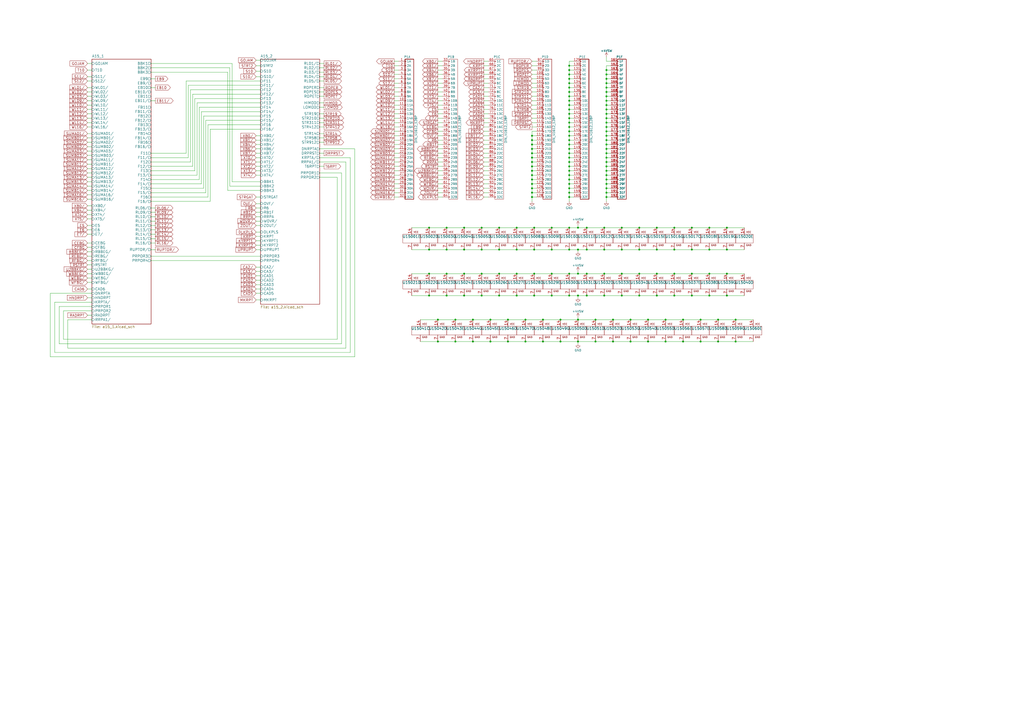
<source format=kicad_sch>
(kicad_sch (version 20211123) (generator eeschema)
  (paper "A2")
  (junction (at 254 185.42))
  (junction (at 308.61 106.68))
  (junction (at 351.79 73.66))
  (junction (at 381 171.45))
  (junction (at 308.61 101.6))
  (junction (at 330.2 66.04))
  (junction (at 330.2 158.75))
  (junction (at 325.12 185.42))
  (junction (at 351.79 50.8))
  (junction (at 259.08 158.75))
  (junction (at 269.24 144.78))
  (junction (at 308.61 96.52))
  (junction (at 391.16 132.08))
  (junction (at 330.2 81.28))
  (junction (at 314.96 185.42))
  (junction (at 351.79 86.36))
  (junction (at 330.2 63.5))
  (junction (at 381 132.08))
  (junction (at 411.48 171.45))
  (junction (at 375.92 198.12))
  (junction (at 401.32 158.75))
  (junction (at 330.2 76.2))
  (junction (at 309.88 158.75))
  (junction (at 351.79 68.58))
  (junction (at 370.84 132.08))
  (junction (at 289.56 132.08))
  (junction (at 345.44 185.42))
  (junction (at 330.2 83.82))
  (junction (at 370.84 158.75))
  (junction (at 340.36 144.78))
  (junction (at 360.68 158.75))
  (junction (at 351.79 66.04))
  (junction (at 351.79 58.42))
  (junction (at 269.24 171.45))
  (junction (at 330.2 96.52))
  (junction (at 360.68 171.45))
  (junction (at 259.08 144.78))
  (junction (at 308.61 78.74))
  (junction (at 351.79 101.6))
  (junction (at 406.4 185.42))
  (junction (at 386.08 198.12))
  (junction (at 330.2 38.1))
  (junction (at 351.79 63.5))
  (junction (at 289.56 144.78))
  (junction (at 351.79 111.76))
  (junction (at 264.16 185.42))
  (junction (at 330.2 60.96))
  (junction (at 391.16 171.45))
  (junction (at 351.79 43.18))
  (junction (at 350.52 144.78))
  (junction (at 279.4 171.45))
  (junction (at 259.08 132.08))
  (junction (at 330.2 144.78))
  (junction (at 335.28 198.12))
  (junction (at 426.72 198.12))
  (junction (at 330.2 132.08))
  (junction (at 351.79 106.68))
  (junction (at 335.28 185.42))
  (junction (at 284.48 198.12))
  (junction (at 309.88 132.08))
  (junction (at 370.84 144.78))
  (junction (at 330.2 91.44))
  (junction (at 421.64 132.08))
  (junction (at 351.79 81.28))
  (junction (at 308.61 111.76))
  (junction (at 248.92 171.45))
  (junction (at 335.28 158.75))
  (junction (at 351.79 104.14))
  (junction (at 381 144.78))
  (junction (at 421.64 144.78))
  (junction (at 365.76 185.42))
  (junction (at 248.92 144.78))
  (junction (at 335.28 132.08))
  (junction (at 248.92 132.08))
  (junction (at 330.2 104.14))
  (junction (at 355.6 198.12))
  (junction (at 304.8 185.42))
  (junction (at 304.8 198.12))
  (junction (at 309.88 171.45))
  (junction (at 299.72 158.75))
  (junction (at 269.24 132.08))
  (junction (at 330.2 73.66))
  (junction (at 351.79 93.98))
  (junction (at 360.68 132.08))
  (junction (at 401.32 171.45))
  (junction (at 351.79 88.9))
  (junction (at 421.64 158.75))
  (junction (at 274.32 198.12))
  (junction (at 325.12 198.12))
  (junction (at 330.2 99.06))
  (junction (at 416.56 185.42))
  (junction (at 396.24 185.42))
  (junction (at 411.48 158.75))
  (junction (at 351.79 83.82))
  (junction (at 294.64 198.12))
  (junction (at 360.68 144.78))
  (junction (at 308.61 99.06))
  (junction (at 330.2 43.18))
  (junction (at 320.04 171.45))
  (junction (at 330.2 93.98))
  (junction (at 309.88 144.78))
  (junction (at 416.56 198.12))
  (junction (at 284.48 185.42))
  (junction (at 340.36 171.45))
  (junction (at 330.2 101.6))
  (junction (at 351.79 114.3))
  (junction (at 351.79 96.52))
  (junction (at 401.32 132.08))
  (junction (at 330.2 53.34))
  (junction (at 330.2 86.36))
  (junction (at 330.2 78.74))
  (junction (at 330.2 45.72))
  (junction (at 308.61 91.44))
  (junction (at 330.2 88.9))
  (junction (at 289.56 158.75))
  (junction (at 391.16 144.78))
  (junction (at 269.24 158.75))
  (junction (at 340.36 158.75))
  (junction (at 340.36 132.08))
  (junction (at 330.2 109.22))
  (junction (at 308.61 114.3))
  (junction (at 330.2 58.42))
  (junction (at 308.61 88.9))
  (junction (at 335.28 171.45))
  (junction (at 320.04 158.75))
  (junction (at 308.61 109.22))
  (junction (at 365.76 198.12))
  (junction (at 299.72 144.78))
  (junction (at 254 198.12))
  (junction (at 279.4 132.08))
  (junction (at 351.79 91.44))
  (junction (at 411.48 132.08))
  (junction (at 308.61 104.14))
  (junction (at 370.84 171.45))
  (junction (at 335.28 144.78))
  (junction (at 351.79 53.34))
  (junction (at 330.2 111.76))
  (junction (at 259.08 171.45))
  (junction (at 351.79 109.22))
  (junction (at 351.79 40.64))
  (junction (at 350.52 158.75))
  (junction (at 351.79 48.26))
  (junction (at 330.2 106.68))
  (junction (at 350.52 171.45))
  (junction (at 330.2 50.8))
  (junction (at 351.79 99.06))
  (junction (at 330.2 68.58))
  (junction (at 299.72 132.08))
  (junction (at 308.61 86.36))
  (junction (at 279.4 144.78))
  (junction (at 411.48 144.78))
  (junction (at 264.16 198.12))
  (junction (at 248.92 158.75))
  (junction (at 299.72 171.45))
  (junction (at 330.2 71.12))
  (junction (at 350.52 132.08))
  (junction (at 351.79 55.88))
  (junction (at 308.61 83.82))
  (junction (at 391.16 158.75))
  (junction (at 330.2 48.26))
  (junction (at 351.79 45.72))
  (junction (at 396.24 198.12))
  (junction (at 421.64 171.45))
  (junction (at 351.79 78.74))
  (junction (at 314.96 198.12))
  (junction (at 351.79 71.12))
  (junction (at 274.32 185.42))
  (junction (at 426.72 185.42))
  (junction (at 330.2 40.64))
  (junction (at 381 158.75))
  (junction (at 351.79 76.2))
  (junction (at 375.92 185.42))
  (junction (at 345.44 198.12))
  (junction (at 289.56 171.45))
  (junction (at 406.4 198.12))
  (junction (at 351.79 60.96))
  (junction (at 320.04 132.08))
  (junction (at 330.2 114.3))
  (junction (at 386.08 185.42))
  (junction (at 279.4 158.75))
  (junction (at 308.61 81.28))
  (junction (at 330.2 171.45))
  (junction (at 330.2 55.88))
  (junction (at 294.64 185.42))
  (junction (at 401.32 144.78))
  (junction (at 308.61 93.98))
  (junction (at 320.04 144.78))
  (junction (at 355.6 185.42))
  (wire (pts (xy 151.13 128.27) (xy 148.59 128.27)))
  (wire (pts (xy 308.61 76.2) (xy 311.15 76.2)))
  (wire (pts (xy 308.61 106.68) (xy 311.15 106.68)))
  (wire (pts (xy 151.13 91.44) (xy 148.59 91.44)))
  (wire (pts (xy 120.65 72.39) (xy 151.13 72.39)))
  (wire (pts (xy 340.36 132.08) (xy 350.52 132.08)))
  (wire (pts (xy 330.2 93.98) (xy 330.2 96.52)))
  (wire (pts (xy 386.08 185.42) (xy 396.24 185.42)))
  (wire (pts (xy 53.34 121.92) (xy 50.8 121.92)))
  (wire (pts (xy 283.21 99.06) (xy 280.67 99.06)))
  (wire (pts (xy 351.79 38.1) (xy 351.79 40.64)))
  (wire (pts (xy 330.2 76.2) (xy 330.2 78.74)))
  (wire (pts (xy 256.54 71.12) (xy 254 71.12)))
  (wire (pts (xy 351.79 114.3) (xy 351.79 116.84)))
  (wire (pts (xy 53.34 182.88) (xy 50.8 182.88)))
  (wire (pts (xy 279.4 144.78) (xy 269.24 144.78)))
  (wire (pts (xy 360.68 158.75) (xy 370.84 158.75)))
  (wire (pts (xy 340.36 158.75) (xy 350.52 158.75)))
  (wire (pts (xy 31.75 175.26) (xy 53.34 175.26)))
  (wire (pts (xy 411.48 132.08) (xy 421.64 132.08)))
  (wire (pts (xy 351.79 60.96) (xy 351.79 63.5)))
  (wire (pts (xy 53.34 97.79) (xy 50.8 97.79)))
  (wire (pts (xy 151.13 88.9) (xy 148.59 88.9)))
  (wire (pts (xy 299.72 132.08) (xy 309.88 132.08)))
  (wire (pts (xy 283.21 86.36) (xy 280.67 86.36)))
  (wire (pts (xy 256.54 96.52) (xy 254 96.52)))
  (wire (pts (xy 198.12 199.39) (xy 34.29 199.39)))
  (wire (pts (xy 231.14 83.82) (xy 228.6 83.82)))
  (wire (pts (xy 231.14 48.26) (xy 228.6 48.26)))
  (wire (pts (xy 283.21 111.76) (xy 280.67 111.76)))
  (wire (pts (xy 401.32 171.45) (xy 391.16 171.45)))
  (wire (pts (xy 151.13 74.93) (xy 121.92 74.93)))
  (wire (pts (xy 283.21 38.1) (xy 280.67 38.1)))
  (wire (pts (xy 309.88 144.78) (xy 299.72 144.78)))
  (wire (pts (xy 426.72 198.12) (xy 416.56 198.12)))
  (wire (pts (xy 111.76 54.61) (xy 151.13 54.61)))
  (wire (pts (xy 330.2 111.76) (xy 332.74 111.76)))
  (wire (pts (xy 351.79 71.12) (xy 351.79 73.66)))
  (wire (pts (xy 283.21 50.8) (xy 280.67 50.8)))
  (wire (pts (xy 109.22 49.53) (xy 151.13 49.53)))
  (wire (pts (xy 330.2 68.58) (xy 332.74 68.58)))
  (wire (pts (xy 231.14 99.06) (xy 228.6 99.06)))
  (wire (pts (xy 256.54 48.26) (xy 254 48.26)))
  (wire (pts (xy 391.16 158.75) (xy 401.32 158.75)))
  (wire (pts (xy 256.54 73.66) (xy 254 73.66)))
  (wire (pts (xy 119.38 111.76) (xy 87.63 111.76)))
  (wire (pts (xy 87.63 96.52) (xy 111.76 96.52)))
  (wire (pts (xy 283.21 43.18) (xy 280.67 43.18)))
  (wire (pts (xy 411.48 158.75) (xy 421.64 158.75)))
  (wire (pts (xy 111.76 96.52) (xy 111.76 54.61)))
  (wire (pts (xy 283.21 104.14) (xy 280.67 104.14)))
  (wire (pts (xy 330.2 50.8) (xy 332.74 50.8)))
  (wire (pts (xy 87.63 58.42) (xy 90.17 58.42)))
  (wire (pts (xy 256.54 58.42) (xy 254 58.42)))
  (wire (pts (xy 283.21 45.72) (xy 280.67 45.72)))
  (wire (pts (xy 231.14 91.44) (xy 228.6 91.44)))
  (wire (pts (xy 381 144.78) (xy 370.84 144.78)))
  (wire (pts (xy 256.54 83.82) (xy 254 83.82)))
  (wire (pts (xy 351.79 109.22) (xy 351.79 111.76)))
  (wire (pts (xy 269.24 144.78) (xy 259.08 144.78)))
  (wire (pts (xy 53.34 146.05) (xy 50.8 146.05)))
  (wire (pts (xy 308.61 114.3) (xy 308.61 116.84)))
  (wire (pts (xy 259.08 158.75) (xy 269.24 158.75)))
  (wire (pts (xy 421.64 158.75) (xy 431.8 158.75)))
  (wire (pts (xy 118.11 67.31) (xy 151.13 67.31)))
  (wire (pts (xy 53.34 148.59) (xy 50.8 148.59)))
  (wire (pts (xy 351.79 78.74) (xy 351.79 81.28)))
  (wire (pts (xy 151.13 101.6) (xy 148.59 101.6)))
  (wire (pts (xy 87.63 50.8) (xy 90.17 50.8)))
  (wire (pts (xy 309.88 132.08) (xy 320.04 132.08)))
  (wire (pts (xy 351.79 93.98) (xy 354.33 93.98)))
  (wire (pts (xy 114.3 59.69) (xy 151.13 59.69)))
  (wire (pts (xy 269.24 158.75) (xy 279.4 158.75)))
  (wire (pts (xy 256.54 43.18) (xy 254 43.18)))
  (wire (pts (xy 308.61 109.22) (xy 311.15 109.22)))
  (wire (pts (xy 151.13 114.3) (xy 148.59 114.3)))
  (wire (pts (xy 231.14 68.58) (xy 228.6 68.58)))
  (wire (pts (xy 330.2 60.96) (xy 332.74 60.96)))
  (wire (pts (xy 325.12 198.12) (xy 314.96 198.12)))
  (wire (pts (xy 431.8 144.78) (xy 421.64 144.78)))
  (wire (pts (xy 151.13 81.28) (xy 148.59 81.28)))
  (wire (pts (xy 314.96 185.42) (xy 325.12 185.42)))
  (wire (pts (xy 107.95 46.99) (xy 151.13 46.99)))
  (wire (pts (xy 151.13 34.925) (xy 148.59 34.925)))
  (wire (pts (xy 87.63 130.81) (xy 90.17 130.81)))
  (wire (pts (xy 231.14 38.1) (xy 228.6 38.1)))
  (wire (pts (xy 256.54 109.22) (xy 254 109.22)))
  (wire (pts (xy 308.61 83.82) (xy 308.61 86.36)))
  (wire (pts (xy 351.79 35.56) (xy 351.79 33.02)))
  (wire (pts (xy 308.61 99.06) (xy 308.61 101.6)))
  (wire (pts (xy 231.14 35.56) (xy 228.6 35.56)))
  (wire (pts (xy 351.79 114.3) (xy 354.33 114.3)))
  (wire (pts (xy 308.61 93.98) (xy 311.15 93.98)))
  (wire (pts (xy 53.34 140.97) (xy 50.8 140.97)))
  (wire (pts (xy 274.32 198.12) (xy 264.16 198.12)))
  (wire (pts (xy 351.79 48.26) (xy 354.33 48.26)))
  (wire (pts (xy 53.34 133.35) (xy 50.8 133.35)))
  (wire (pts (xy 350.52 132.08) (xy 360.68 132.08)))
  (wire (pts (xy 53.34 105.41) (xy 50.8 105.41)))
  (wire (pts (xy 309.88 158.75) (xy 320.04 158.75)))
  (wire (pts (xy 330.2 53.34) (xy 330.2 55.88)))
  (wire (pts (xy 330.2 88.9) (xy 330.2 91.44)))
  (wire (pts (xy 391.16 144.78) (xy 381 144.78)))
  (wire (pts (xy 284.48 198.12) (xy 274.32 198.12)))
  (wire (pts (xy 351.79 91.44) (xy 354.33 91.44)))
  (wire (pts (xy 151.13 137.16) (xy 148.59 137.16)))
  (wire (pts (xy 87.63 104.14) (xy 115.57 104.14)))
  (wire (pts (xy 53.34 172.72) (xy 50.8 172.72)))
  (wire (pts (xy 151.13 93.98) (xy 148.59 93.98)))
  (wire (pts (xy 330.2 106.68) (xy 330.2 109.22)))
  (wire (pts (xy 308.61 91.44) (xy 308.61 93.98)))
  (wire (pts (xy 311.15 45.72) (xy 308.61 45.72)))
  (wire (pts (xy 116.84 64.77) (xy 116.84 106.68)))
  (wire (pts (xy 53.34 167.64) (xy 50.8 167.64)))
  (wire (pts (xy 53.34 90.17) (xy 50.8 90.17)))
  (wire (pts (xy 355.6 198.12) (xy 345.44 198.12)))
  (wire (pts (xy 231.14 40.64) (xy 228.6 40.64)))
  (wire (pts (xy 330.2 63.5) (xy 330.2 66.04)))
  (wire (pts (xy 53.34 87.63) (xy 50.8 87.63)))
  (wire (pts (xy 185.42 50.8) (xy 187.96 50.8)))
  (wire (pts (xy 185.42 96.52) (xy 187.96 96.52)))
  (wire (pts (xy 330.2 158.75) (xy 335.28 158.75)))
  (wire (pts (xy 283.21 114.3) (xy 280.67 114.3)))
  (wire (pts (xy 231.14 78.74) (xy 228.6 78.74)))
  (wire (pts (xy 151.13 157.48) (xy 148.59 157.48)))
  (wire (pts (xy 351.79 83.82) (xy 351.79 86.36)))
  (wire (pts (xy 283.21 68.58) (xy 280.67 68.58)))
  (wire (pts (xy 248.92 171.45) (xy 238.76 171.45)))
  (wire (pts (xy 351.79 50.8) (xy 354.33 50.8)))
  (wire (pts (xy 370.84 144.78) (xy 360.68 144.78)))
  (wire (pts (xy 330.2 109.22) (xy 330.2 111.76)))
  (wire (pts (xy 256.54 106.68) (xy 254 106.68)))
  (wire (pts (xy 151.13 64.77) (xy 116.84 64.77)))
  (wire (pts (xy 330.2 171.45) (xy 320.04 171.45)))
  (wire (pts (xy 330.2 88.9) (xy 332.74 88.9)))
  (wire (pts (xy 110.49 52.07) (xy 151.13 52.07)))
  (wire (pts (xy 360.68 144.78) (xy 350.52 144.78)))
  (wire (pts (xy 87.63 99.06) (xy 113.03 99.06)))
  (wire (pts (xy 330.2 43.18) (xy 330.2 45.72)))
  (wire (pts (xy 330.2 144.78) (xy 320.04 144.78)))
  (wire (pts (xy 351.79 76.2) (xy 351.79 78.74)))
  (wire (pts (xy 53.34 130.81) (xy 50.8 130.81)))
  (wire (pts (xy 53.34 85.09) (xy 50.8 85.09)))
  (wire (pts (xy 256.54 86.36) (xy 254 86.36)))
  (wire (pts (xy 308.61 101.6) (xy 311.15 101.6)))
  (wire (pts (xy 330.2 109.22) (xy 332.74 109.22)))
  (wire (pts (xy 283.21 35.56) (xy 280.67 35.56)))
  (wire (pts (xy 231.14 81.28) (xy 228.6 81.28)))
  (wire (pts (xy 283.21 93.98) (xy 280.67 93.98)))
  (wire (pts (xy 151.13 99.06) (xy 148.59 99.06)))
  (wire (pts (xy 351.79 63.5) (xy 354.33 63.5)))
  (wire (pts (xy 203.2 91.44) (xy 203.2 204.47)))
  (wire (pts (xy 330.2 71.12) (xy 332.74 71.12)))
  (wire (pts (xy 195.58 196.85) (xy 36.83 196.85)))
  (wire (pts (xy 309.88 171.45) (xy 299.72 171.45)))
  (wire (pts (xy 330.2 96.52) (xy 330.2 99.06)))
  (wire (pts (xy 283.21 73.66) (xy 280.67 73.66)))
  (wire (pts (xy 335.28 144.78) (xy 335.28 146.05)))
  (wire (pts (xy 289.56 132.08) (xy 299.72 132.08)))
  (wire (pts (xy 256.54 114.3) (xy 254 114.3)))
  (wire (pts (xy 269.24 132.08) (xy 279.4 132.08)))
  (wire (pts (xy 351.79 93.98) (xy 351.79 96.52)))
  (wire (pts (xy 311.15 58.42) (xy 308.61 58.42)))
  (wire (pts (xy 53.34 102.87) (xy 50.8 102.87)))
  (wire (pts (xy 330.2 58.42) (xy 330.2 60.96)))
  (wire (pts (xy 294.64 198.12) (xy 284.48 198.12)))
  (wire (pts (xy 29.21 207.01) (xy 29.21 170.18)))
  (wire (pts (xy 53.34 153.67) (xy 50.8 153.67)))
  (wire (pts (xy 151.13 160.02) (xy 148.59 160.02)))
  (wire (pts (xy 314.96 198.12) (xy 304.8 198.12)))
  (wire (pts (xy 311.15 43.18) (xy 308.61 43.18)))
  (wire (pts (xy 345.44 185.42) (xy 355.6 185.42)))
  (wire (pts (xy 311.15 63.5) (xy 308.61 63.5)))
  (wire (pts (xy 330.2 45.72) (xy 330.2 48.26)))
  (wire (pts (xy 308.61 111.76) (xy 311.15 111.76)))
  (wire (pts (xy 39.37 185.42) (xy 53.34 185.42)))
  (wire (pts (xy 308.61 104.14) (xy 308.61 106.68)))
  (wire (pts (xy 259.08 132.08) (xy 269.24 132.08)))
  (wire (pts (xy 299.72 158.75) (xy 309.88 158.75)))
  (wire (pts (xy 151.13 118.11) (xy 148.59 118.11)))
  (wire (pts (xy 256.54 104.14) (xy 254 104.14)))
  (wire (pts (xy 151.13 120.65) (xy 148.59 120.65)))
  (wire (pts (xy 283.21 81.28) (xy 280.67 81.28)))
  (wire (pts (xy 330.2 99.06) (xy 332.74 99.06)))
  (wire (pts (xy 406.4 198.12) (xy 396.24 198.12)))
  (wire (pts (xy 248.92 144.78) (xy 238.76 144.78)))
  (wire (pts (xy 330.2 48.26) (xy 332.74 48.26)))
  (wire (pts (xy 351.79 86.36) (xy 354.33 86.36)))
  (wire (pts (xy 330.2 96.52) (xy 332.74 96.52)))
  (wire (pts (xy 370.84 158.75) (xy 381 158.75)))
  (wire (pts (xy 330.2 81.28) (xy 330.2 83.82)))
  (wire (pts (xy 256.54 101.6) (xy 254 101.6)))
  (wire (pts (xy 386.08 198.12) (xy 375.92 198.12)))
  (wire (pts (xy 133.35 39.37) (xy 133.35 107.95)))
  (wire (pts (xy 335.28 184.15) (xy 335.28 185.42)))
  (wire (pts (xy 185.42 53.34) (xy 187.96 53.34)))
  (wire (pts (xy 330.2 81.28) (xy 332.74 81.28)))
  (wire (pts (xy 330.2 132.08) (xy 335.28 132.08)))
  (wire (pts (xy 283.21 40.64) (xy 280.67 40.64)))
  (wire (pts (xy 31.75 204.47) (xy 31.75 175.26)))
  (wire (pts (xy 351.79 55.88) (xy 354.33 55.88)))
  (wire (pts (xy 360.68 132.08) (xy 370.84 132.08)))
  (wire (pts (xy 151.13 44.45) (xy 148.59 44.45)))
  (wire (pts (xy 304.8 185.42) (xy 314.96 185.42)))
  (wire (pts (xy 351.79 81.28) (xy 354.33 81.28)))
  (wire (pts (xy 53.34 60.96) (xy 50.8 60.96)))
  (wire (pts (xy 311.15 40.64) (xy 308.61 40.64)))
  (wire (pts (xy 238.76 158.75) (xy 248.92 158.75)))
  (wire (pts (xy 151.13 170.18) (xy 148.59 170.18)))
  (wire (pts (xy 284.48 185.42) (xy 294.64 185.42)))
  (wire (pts (xy 351.79 58.42) (xy 354.33 58.42)))
  (wire (pts (xy 256.54 91.44) (xy 254 91.44)))
  (wire (pts (xy 351.79 73.66) (xy 351.79 76.2)))
  (wire (pts (xy 311.15 71.12) (xy 308.61 71.12)))
  (wire (pts (xy 354.33 38.1) (xy 351.79 38.1)))
  (wire (pts (xy 87.63 45.72) (xy 90.17 45.72)))
  (wire (pts (xy 320.04 132.08) (xy 330.2 132.08)))
  (wire (pts (xy 185.42 91.44) (xy 203.2 91.44)))
  (wire (pts (xy 185.42 86.36) (xy 205.74 86.36)))
  (wire (pts (xy 231.14 50.8) (xy 228.6 50.8)))
  (wire (pts (xy 231.14 101.6) (xy 228.6 101.6)))
  (wire (pts (xy 53.34 156.21) (xy 50.8 156.21)))
  (wire (pts (xy 330.2 40.64) (xy 330.2 43.18)))
  (wire (pts (xy 335.28 185.42) (xy 345.44 185.42)))
  (wire (pts (xy 53.34 66.04) (xy 50.8 66.04)))
  (wire (pts (xy 330.2 50.8) (xy 330.2 53.34)))
  (wire (pts (xy 283.21 91.44) (xy 280.67 91.44)))
  (wire (pts (xy 256.54 93.98) (xy 254 93.98)))
  (wire (pts (xy 351.79 45.72) (xy 351.79 48.26)))
  (wire (pts (xy 375.92 185.42) (xy 386.08 185.42)))
  (wire (pts (xy 335.28 130.81) (xy 335.28 132.08)))
  (wire (pts (xy 254 198.12) (xy 243.84 198.12)))
  (wire (pts (xy 308.61 83.82) (xy 311.15 83.82)))
  (wire (pts (xy 279.4 132.08) (xy 289.56 132.08)))
  (wire (pts (xy 365.76 198.12) (xy 355.6 198.12)))
  (wire (pts (xy 406.4 185.42) (xy 416.56 185.42)))
  (wire (pts (xy 115.57 62.23) (xy 151.13 62.23)))
  (wire (pts (xy 107.95 88.9) (xy 107.95 46.99)))
  (wire (pts (xy 256.54 111.76) (xy 254 111.76)))
  (wire (pts (xy 256.54 76.2) (xy 254 76.2)))
  (wire (pts (xy 53.34 53.34) (xy 50.8 53.34)))
  (wire (pts (xy 121.92 74.93) (xy 121.92 116.84)))
  (wire (pts (xy 151.13 154.94) (xy 148.59 154.94)))
  (wire (pts (xy 351.79 109.22) (xy 354.33 109.22)))
  (wire (pts (xy 283.21 109.22) (xy 280.67 109.22)))
  (wire (pts (xy 151.13 142.24) (xy 148.59 142.24)))
  (wire (pts (xy 185.42 39.37) (xy 187.96 39.37)))
  (wire (pts (xy 351.79 81.28) (xy 351.79 83.82)))
  (wire (pts (xy 185.42 77.47) (xy 187.96 77.47)))
  (wire (pts (xy 330.2 99.06) (xy 330.2 101.6)))
  (wire (pts (xy 308.61 86.36) (xy 311.15 86.36)))
  (wire (pts (xy 396.24 185.42) (xy 406.4 185.42)))
  (wire (pts (xy 289.56 171.45) (xy 279.4 171.45)))
  (wire (pts (xy 87.63 91.44) (xy 109.22 91.44)))
  (wire (pts (xy 330.2 53.34) (xy 332.74 53.34)))
  (wire (pts (xy 231.14 109.22) (xy 228.6 109.22)))
  (wire (pts (xy 87.63 151.13) (xy 151.13 151.13)))
  (wire (pts (xy 351.79 63.5) (xy 351.79 66.04)))
  (wire (pts (xy 330.2 66.04) (xy 330.2 68.58)))
  (wire (pts (xy 185.42 73.66) (xy 187.96 73.66)))
  (wire (pts (xy 421.64 171.45) (xy 411.48 171.45)))
  (wire (pts (xy 320.04 158.75) (xy 330.2 158.75)))
  (wire (pts (xy 151.13 144.78) (xy 148.59 144.78)))
  (wire (pts (xy 351.79 43.18) (xy 354.33 43.18)))
  (wire (pts (xy 308.61 93.98) (xy 308.61 96.52)))
  (wire (pts (xy 53.34 71.12) (xy 50.8 71.12)))
  (wire (pts (xy 308.61 78.74) (xy 311.15 78.74)))
  (wire (pts (xy 304.8 198.12) (xy 294.64 198.12)))
  (wire (pts (xy 151.13 83.82) (xy 148.59 83.82)))
  (wire (pts (xy 87.63 114.3) (xy 120.65 114.3)))
  (wire (pts (xy 308.61 96.52) (xy 311.15 96.52)))
  (wire (pts (xy 283.21 106.68) (xy 280.67 106.68)))
  (wire (pts (xy 283.21 101.6) (xy 280.67 101.6)))
  (wire (pts (xy 256.54 45.72) (xy 254 45.72)))
  (wire (pts (xy 351.79 73.66) (xy 354.33 73.66)))
  (wire (pts (xy 53.34 110.49) (xy 50.8 110.49)))
  (wire (pts (xy 351.79 45.72) (xy 354.33 45.72)))
  (wire (pts (xy 330.2 60.96) (xy 330.2 63.5)))
  (wire (pts (xy 231.14 88.9) (xy 228.6 88.9)))
  (wire (pts (xy 283.21 83.82) (xy 280.67 83.82)))
  (wire (pts (xy 87.63 93.98) (xy 110.49 93.98)))
  (wire (pts (xy 320.04 144.78) (xy 309.88 144.78)))
  (wire (pts (xy 114.3 101.6) (xy 114.3 59.69)))
  (wire (pts (xy 87.63 128.27) (xy 90.17 128.27)))
  (wire (pts (xy 360.68 171.45) (xy 350.52 171.45)))
  (wire (pts (xy 53.34 82.55) (xy 50.8 82.55)))
  (wire (pts (xy 256.54 50.8) (xy 254 50.8)))
  (wire (pts (xy 308.61 76.2) (xy 308.61 78.74)))
  (wire (pts (xy 308.61 99.06) (xy 311.15 99.06)))
  (wire (pts (xy 351.79 101.6) (xy 351.79 104.14)))
  (wire (pts (xy 351.79 78.74) (xy 354.33 78.74)))
  (wire (pts (xy 330.2 78.74) (xy 332.74 78.74)))
  (wire (pts (xy 120.65 114.3) (xy 120.65 72.39)))
  (wire (pts (xy 132.08 41.91) (xy 132.08 110.49)))
  (wire (pts (xy 335.28 158.75) (xy 340.36 158.75)))
  (wire (pts (xy 87.63 148.59) (xy 151.13 148.59)))
  (wire (pts (xy 238.76 132.08) (xy 248.92 132.08)))
  (wire (pts (xy 311.15 53.34) (xy 308.61 53.34)))
  (wire (pts (xy 351.79 76.2) (xy 354.33 76.2)))
  (wire (pts (xy 134.62 36.83) (xy 134.62 105.41)))
  (wire (pts (xy 259.08 144.78) (xy 248.92 144.78)))
  (wire (pts (xy 351.79 48.26) (xy 351.79 50.8)))
  (wire (pts (xy 185.42 66.04) (xy 187.96 66.04)))
  (wire (pts (xy 283.21 66.04) (xy 280.67 66.04)))
  (wire (pts (xy 351.79 71.12) (xy 354.33 71.12)))
  (wire (pts (xy 311.15 66.04) (xy 308.61 66.04)))
  (wire (pts (xy 34.29 177.8) (xy 53.34 177.8)))
  (wire (pts (xy 355.6 185.42) (xy 365.76 185.42)))
  (wire (pts (xy 330.2 91.44) (xy 330.2 93.98)))
  (wire (pts (xy 36.83 180.34) (xy 53.34 180.34)))
  (wire (pts (xy 256.54 99.06) (xy 254 99.06)))
  (wire (pts (xy 231.14 104.14) (xy 228.6 104.14)))
  (wire (pts (xy 248.92 132.08) (xy 259.08 132.08)))
  (wire (pts (xy 185.42 41.91) (xy 187.96 41.91)))
  (wire (pts (xy 330.2 68.58) (xy 330.2 71.12)))
  (wire (pts (xy 231.14 55.88) (xy 228.6 55.88)))
  (wire (pts (xy 391.16 132.08) (xy 401.32 132.08)))
  (wire (pts (xy 289.56 158.75) (xy 299.72 158.75)))
  (wire (pts (xy 231.14 71.12) (xy 228.6 71.12)))
  (wire (pts (xy 351.79 50.8) (xy 351.79 53.34)))
  (wire (pts (xy 320.04 171.45) (xy 309.88 171.45)))
  (wire (pts (xy 330.2 86.36) (xy 332.74 86.36)))
  (wire (pts (xy 53.34 115.57) (xy 50.8 115.57)))
  (wire (pts (xy 185.42 55.88) (xy 187.96 55.88)))
  (wire (pts (xy 256.54 88.9) (xy 254 88.9)))
  (wire (pts (xy 151.13 123.19) (xy 148.59 123.19)))
  (wire (pts (xy 330.2 55.88) (xy 330.2 58.42)))
  (wire (pts (xy 185.42 62.23) (xy 187.96 62.23)))
  (wire (pts (xy 354.33 35.56) (xy 351.79 35.56)))
  (wire (pts (xy 53.34 58.42) (xy 50.8 58.42)))
  (wire (pts (xy 330.2 101.6) (xy 332.74 101.6)))
  (wire (pts (xy 53.34 113.03) (xy 50.8 113.03)))
  (wire (pts (xy 151.13 167.64) (xy 148.59 167.64)))
  (wire (pts (xy 294.64 185.42) (xy 304.8 185.42)))
  (wire (pts (xy 134.62 105.41) (xy 151.13 105.41)))
  (wire (pts (xy 231.14 96.52) (xy 228.6 96.52)))
  (wire (pts (xy 308.61 109.22) (xy 308.61 111.76)))
  (wire (pts (xy 308.61 78.74) (xy 308.61 81.28)))
  (wire (pts (xy 53.34 92.71) (xy 50.8 92.71)))
  (wire (pts (xy 330.2 40.64) (xy 332.74 40.64)))
  (wire (pts (xy 256.54 66.04) (xy 254 66.04)))
  (wire (pts (xy 53.34 161.29) (xy 50.8 161.29)))
  (wire (pts (xy 335.28 132.08) (xy 340.36 132.08)))
  (wire (pts (xy 256.54 38.1) (xy 254 38.1)))
  (wire (pts (xy 351.79 104.14) (xy 354.33 104.14)))
  (wire (pts (xy 254 185.42) (xy 264.16 185.42)))
  (wire (pts (xy 53.34 95.25) (xy 50.8 95.25)))
  (wire (pts (xy 53.34 163.83) (xy 50.8 163.83)))
  (wire (pts (xy 53.34 44.45) (xy 50.8 44.45)))
  (wire (pts (xy 243.84 185.42) (xy 254 185.42)))
  (wire (pts (xy 185.42 46.99) (xy 187.96 46.99)))
  (wire (pts (xy 283.21 96.52) (xy 280.67 96.52)))
  (wire (pts (xy 53.34 151.13) (xy 50.8 151.13)))
  (wire (pts (xy 231.14 43.18) (xy 228.6 43.18)))
  (wire (pts (xy 351.79 66.04) (xy 354.33 66.04)))
  (wire (pts (xy 119.38 69.85) (xy 119.38 111.76)))
  (wire (pts (xy 231.14 66.04) (xy 228.6 66.04)))
  (wire (pts (xy 311.15 38.1) (xy 308.61 38.1)))
  (wire (pts (xy 231.14 93.98) (xy 228.6 93.98)))
  (wire (pts (xy 332.74 35.56) (xy 330.2 35.56)))
  (wire (pts (xy 256.54 35.56) (xy 254 35.56)))
  (wire (pts (xy 330.2 76.2) (xy 332.74 76.2)))
  (wire (pts (xy 354.33 40.64) (xy 351.79 40.64)))
  (wire (pts (xy 421.64 132.08) (xy 431.8 132.08)))
  (wire (pts (xy 381 158.75) (xy 391.16 158.75)))
  (wire (pts (xy 351.79 106.68) (xy 354.33 106.68)))
  (wire (pts (xy 351.79 111.76) (xy 351.79 114.3)))
  (wire (pts (xy 330.2 38.1) (xy 330.2 40.64)))
  (wire (pts (xy 185.42 100.33) (xy 198.12 100.33)))
  (wire (pts (xy 205.74 86.36) (xy 205.74 207.01)))
  (wire (pts (xy 231.14 111.76) (xy 228.6 111.76)))
  (wire (pts (xy 151.13 165.1) (xy 148.59 165.1)))
  (wire (pts (xy 311.15 35.56) (xy 308.61 35.56)))
  (wire (pts (xy 151.13 125.73) (xy 148.59 125.73)))
  (wire (pts (xy 87.63 120.65) (xy 90.17 120.65)))
  (wire (pts (xy 411.48 144.78) (xy 401.32 144.78)))
  (wire (pts (xy 332.74 38.1) (xy 330.2 38.1)))
  (wire (pts (xy 53.34 50.8) (xy 50.8 50.8)))
  (wire (pts (xy 308.61 111.76) (xy 308.61 114.3)))
  (wire (pts (xy 185.42 71.12) (xy 187.96 71.12)))
  (wire (pts (xy 330.2 101.6) (xy 330.2 104.14)))
  (wire (pts (xy 370.84 132.08) (xy 381 132.08)))
  (wire (pts (xy 340.36 144.78) (xy 335.28 144.78)))
  (wire (pts (xy 335.28 157.48) (xy 335.28 158.75)))
  (wire (pts (xy 311.15 68.58) (xy 308.61 68.58)))
  (wire (pts (xy 421.64 144.78) (xy 411.48 144.78)))
  (wire (pts (xy 53.34 68.58) (xy 50.8 68.58)))
  (wire (pts (xy 351.79 88.9) (xy 354.33 88.9)))
  (wire (pts (xy 87.63 109.22) (xy 118.11 109.22)))
  (wire (pts (xy 351.79 91.44) (xy 351.79 93.98)))
  (wire (pts (xy 231.14 58.42) (xy 228.6 58.42)))
  (wire (pts (xy 256.54 60.96) (xy 254 60.96)))
  (wire (pts (xy 335.28 198.12) (xy 335.28 199.39)))
  (wire (pts (xy 351.79 53.34) (xy 351.79 55.88)))
  (wire (pts (xy 351.79 58.42) (xy 351.79 60.96)))
  (wire (pts (xy 340.36 171.45) (xy 335.28 171.45)))
  (wire (pts (xy 330.2 86.36) (xy 330.2 88.9)))
  (wire (pts (xy 431.8 171.45) (xy 421.64 171.45)))
  (wire (pts (xy 87.63 138.43) (xy 90.17 138.43)))
  (wire (pts (xy 350.52 171.45) (xy 340.36 171.45)))
  (wire (pts (xy 299.72 171.45) (xy 289.56 171.45)))
  (wire (pts (xy 351.79 96.52) (xy 354.33 96.52)))
  (wire (pts (xy 416.56 198.12) (xy 406.4 198.12)))
  (wire (pts (xy 53.34 100.33) (xy 50.8 100.33)))
  (wire (pts (xy 200.66 93.98) (xy 200.66 201.93)))
  (wire (pts (xy 330.2 78.74) (xy 330.2 81.28)))
  (wire (pts (xy 231.14 73.66) (xy 228.6 73.66)))
  (wire (pts (xy 330.2 66.04) (xy 332.74 66.04)))
  (wire (pts (xy 53.34 46.99) (xy 50.8 46.99)))
  (wire (pts (xy 335.28 171.45) (xy 330.2 171.45)))
  (wire (pts (xy 283.21 55.88) (xy 280.67 55.88)))
  (wire (pts (xy 256.54 78.74) (xy 254 78.74)))
  (wire (pts (xy 351.79 99.06) (xy 354.33 99.06)))
  (wire (pts (xy 351.79 96.52) (xy 351.79 99.06)))
  (wire (pts (xy 330.2 106.68) (xy 332.74 106.68)))
  (wire (pts (xy 308.61 88.9) (xy 308.61 91.44)))
  (wire (pts (xy 308.61 81.28) (xy 308.61 83.82)))
  (wire (pts (xy 256.54 55.88) (xy 254 55.88)))
  (wire (pts (xy 335.28 171.45) (xy 335.28 172.72)))
  (wire (pts (xy 283.21 71.12) (xy 280.67 71.12)))
  (wire (pts (xy 308.61 88.9) (xy 311.15 88.9)))
  (wire (pts (xy 325.12 185.42) (xy 335.28 185.42)))
  (wire (pts (xy 279.4 171.45) (xy 269.24 171.45)))
  (wire (pts (xy 351.79 99.06) (xy 351.79 101.6)))
  (wire (pts (xy 53.34 55.88) (xy 50.8 55.88)))
  (wire (pts (xy 185.42 82.55) (xy 187.96 82.55)))
  (wire (pts (xy 381 132.08) (xy 391.16 132.08)))
  (wire (pts (xy 274.32 185.42) (xy 284.48 185.42)))
  (wire (pts (xy 231.14 53.34) (xy 228.6 53.34)))
  (wire (pts (xy 113.03 99.06) (xy 113.03 57.15)))
  (wire (pts (xy 269.24 171.45) (xy 259.08 171.45)))
  (wire (pts (xy 416.56 185.42) (xy 426.72 185.42)))
  (wire (pts (xy 411.48 171.45) (xy 401.32 171.45)))
  (wire (pts (xy 308.61 86.36) (xy 308.61 88.9)))
  (wire (pts (xy 256.54 68.58) (xy 254 68.58)))
  (wire (pts (xy 87.63 125.73) (xy 90.17 125.73)))
  (wire (pts (xy 109.22 91.44) (xy 109.22 49.53)))
  (wire (pts (xy 351.79 83.82) (xy 354.33 83.82)))
  (wire (pts (xy 53.34 77.47) (xy 50.8 77.47)))
  (wire (pts (xy 53.34 73.66) (xy 50.8 73.66)))
  (wire (pts (xy 53.34 40.64) (xy 50.8 40.64)))
  (wire (pts (xy 205.74 207.01) (xy 29.21 207.01)))
  (wire (pts (xy 151.13 96.52) (xy 148.59 96.52)))
  (wire (pts (xy 87.63 140.97) (xy 90.17 140.97)))
  (wire (pts (xy 308.61 81.28) (xy 311.15 81.28)))
  (wire (pts (xy 248.92 158.75) (xy 259.08 158.75)))
  (wire (pts (xy 350.52 144.78) (xy 340.36 144.78)))
  (wire (pts (xy 29.21 170.18) (xy 53.34 170.18)))
  (wire (pts (xy 53.34 135.89) (xy 50.8 135.89)))
  (wire (pts (xy 283.21 88.9) (xy 280.67 88.9)))
  (wire (pts (xy 283.21 78.74) (xy 280.67 78.74)))
  (wire (pts (xy 351.79 60.96) (xy 354.33 60.96)))
  (wire (pts (xy 330.2 58.42) (xy 332.74 58.42)))
  (wire (pts (xy 203.2 204.47) (xy 31.75 204.47)))
  (wire (pts (xy 330.2 63.5) (xy 332.74 63.5)))
  (wire (pts (xy 118.11 109.22) (xy 118.11 67.31)))
  (wire (pts (xy 151.13 130.81) (xy 148.59 130.81)))
  (wire (pts (xy 231.14 45.72) (xy 228.6 45.72)))
  (wire (pts (xy 185.42 68.58) (xy 187.96 68.58)))
  (wire (pts (xy 351.79 86.36) (xy 351.79 88.9)))
  (wire (pts (xy 330.2 93.98) (xy 332.74 93.98)))
  (wire (pts (xy 308.61 104.14) (xy 311.15 104.14)))
  (wire (pts (xy 351.79 53.34) (xy 354.33 53.34)))
  (wire (pts (xy 53.34 124.46) (xy 50.8 124.46)))
  (wire (pts (xy 53.34 63.5) (xy 50.8 63.5)))
  (wire (pts (xy 36.83 196.85) (xy 36.83 180.34)))
  (wire (pts (xy 264.16 198.12) (xy 254 198.12)))
  (wire (pts (xy 87.63 36.83) (xy 134.62 36.83)))
  (wire (pts (xy 308.61 106.68) (xy 308.61 109.22)))
  (wire (pts (xy 330.2 55.88) (xy 332.74 55.88)))
  (wire (pts (xy 351.79 101.6) (xy 354.33 101.6)))
  (wire (pts (xy 53.34 80.01) (xy 50.8 80.01)))
  (wire (pts (xy 330.2 83.82) (xy 330.2 86.36)))
  (wire (pts (xy 87.63 133.35) (xy 90.17 133.35)))
  (wire (pts (xy 87.63 41.91) (xy 132.08 41.91)))
  (wire (pts (xy 256.54 53.34) (xy 254 53.34)))
  (wire (pts (xy 351.79 104.14) (xy 351.79 106.68)))
  (wire (pts (xy 256.54 63.5) (xy 254 63.5)))
  (wire (pts (xy 311.15 55.88) (xy 308.61 55.88)))
  (wire (pts (xy 330.2 48.26) (xy 330.2 50.8)))
  (wire (pts (xy 330.2 35.56) (xy 330.2 38.1)))
  (wire (pts (xy 289.56 144.78) (xy 279.4 144.78)))
  (wire (pts (xy 256.54 81.28) (xy 254 81.28)))
  (wire (pts (xy 151.13 41.275) (xy 148.59 41.275)))
  (wire (pts (xy 151.13 162.56) (xy 148.59 162.56)))
  (wire (pts (xy 365.76 185.42) (xy 375.92 185.42)))
  (wire (pts (xy 351.79 66.04) (xy 351.79 68.58)))
  (wire (pts (xy 151.13 139.7) (xy 148.59 139.7)))
  (wire (pts (xy 375.92 198.12) (xy 365.76 198.12)))
  (wire (pts (xy 283.21 48.26) (xy 280.67 48.26)))
  (wire (pts (xy 351.79 111.76) (xy 354.33 111.76)))
  (wire (pts (xy 391.16 171.45) (xy 381 171.45)))
  (wire (pts (xy 351.79 106.68) (xy 351.79 109.22)))
  (wire (pts (xy 396.24 198.12) (xy 386.08 198.12)))
  (wire (pts (xy 283.21 58.42) (xy 280.67 58.42)))
  (wire (pts (xy 330.2 91.44) (xy 332.74 91.44)))
  (wire (pts (xy 151.13 69.85) (xy 119.38 69.85)))
  (wire (pts (xy 370.84 171.45) (xy 360.68 171.45)))
  (wire (pts (xy 185.42 80.01) (xy 187.96 80.01)))
  (wire (pts (xy 401.32 132.08) (xy 411.48 132.08)))
  (wire (pts (xy 151.13 78.74) (xy 148.59 78.74)))
  (wire (pts (xy 151.13 173.99) (xy 148.59 173.99)))
  (wire (pts (xy 308.61 96.52) (xy 308.61 99.06)))
  (wire (pts (xy 401.32 158.75) (xy 411.48 158.75)))
  (wire (pts (xy 283.21 60.96) (xy 280.67 60.96)))
  (wire (pts (xy 185.42 36.83) (xy 187.96 36.83)))
  (wire (pts (xy 350.52 158.75) (xy 360.68 158.75)))
  (wire (pts (xy 231.14 60.96) (xy 228.6 60.96)))
  (wire (pts (xy 330.2 104.14) (xy 332.74 104.14)))
  (wire (pts (xy 87.63 144.78) (xy 90.17 144.78)))
  (wire (pts (xy 200.66 201.93) (xy 39.37 201.93)))
  (wire (pts (xy 53.34 36.83) (xy 50.8 36.83)))
  (wire (pts (xy 330.2 114.3) (xy 330.2 116.84)))
  (wire (pts (xy 351.79 40.64) (xy 351.79 43.18)))
  (wire (pts (xy 53.34 143.51) (xy 50.8 143.51)))
  (wire (pts (xy 87.63 39.37) (xy 133.35 39.37)))
  (wire (pts (xy 133.35 107.95) (xy 151.13 107.95)))
  (wire (pts (xy 87.63 123.19) (xy 90.17 123.19)))
  (wire (pts (xy 299.72 144.78) (xy 289.56 144.78)))
  (wire (pts (xy 330.2 73.66) (xy 332.74 73.66)))
  (wire (pts (xy 401.32 144.78) (xy 391.16 144.78)))
  (wire (pts (xy 198.12 100.33) (xy 198.12 199.39)))
  (wire (pts (xy 256.54 40.64) (xy 254 40.64)))
  (wire (pts (xy 381 171.45) (xy 370.84 171.45)))
  (wire (pts (xy 121.92 116.84) (xy 87.63 116.84)))
  (wire (pts (xy 110.49 93.98) (xy 110.49 52.07)))
  (wire (pts (xy 308.61 114.3) (xy 311.15 114.3)))
  (wire (pts (xy 185.42 88.9) (xy 187.96 88.9)))
  (wire (pts (xy 231.14 114.3) (xy 228.6 114.3)))
  (wire (pts (xy 308.61 91.44) (xy 311.15 91.44)))
  (wire (pts (xy 53.34 158.75) (xy 50.8 158.75)))
  (wire (pts (xy 53.34 119.38) (xy 50.8 119.38)))
  (wire (pts (xy 330.2 71.12) (xy 330.2 73.66)))
  (wire (pts (xy 311.15 50.8) (xy 308.61 50.8)))
  (wire (pts (xy 231.14 106.68) (xy 228.6 106.68)))
  (wire (pts (xy 330.2 114.3) (xy 332.74 114.3)))
  (wire (pts (xy 311.15 60.96) (xy 308.61 60.96)))
  (wire (pts (xy 426.72 198.12) (xy 436.88 198.12)))
  (wire (pts (xy 195.58 102.87) (xy 195.58 196.85)))
  (wire (pts (xy 151.13 86.36) (xy 148.59 86.36)))
  (wire (pts (xy 185.42 59.69) (xy 187.96 59.69)))
  (wire (pts (xy 330.2 111.76) (xy 330.2 114.3)))
  (wire (pts (xy 426.72 185.42) (xy 436.88 185.42)))
  (wire (pts (xy 351.79 88.9) (xy 351.79 91.44)))
  (wire (pts (xy 279.4 158.75) (xy 289.56 158.75)))
  (wire (pts (xy 264.16 185.42) (xy 274.32 185.42)))
  (wire (pts (xy 53.34 107.95) (xy 50.8 107.95)))
  (wire (pts (xy 87.63 135.89) (xy 90.17 135.89)))
  (wire (pts (xy 335.28 198.12) (xy 325.12 198.12)))
  (wire (pts (xy 39.37 201.93) (xy 39.37 185.42)))
  (wire (pts (xy 185.42 102.87) (xy 195.58 102.87)))
  (wire (pts (xy 231.14 76.2) (xy 228.6 76.2)))
  (wire (pts (xy 34.29 199.39) (xy 34.29 177.8)))
  (wire (pts (xy 335.28 144.78) (xy 330.2 144.78)))
  (wire (pts (xy 148.59 38.1) (xy 151.13 38.1)))
  (wire (pts (xy 115.57 104.14) (xy 115.57 62.23)))
  (wire (pts (xy 87.63 101.6) (xy 114.3 101.6)))
  (wire (pts (xy 132.08 110.49) (xy 151.13 110.49)))
  (wire (pts (xy 231.14 86.36) (xy 228.6 86.36)))
  (wire (pts (xy 259.08 171.45) (xy 248.92 171.45)))
  (wire (pts (xy 231.14 63.5) (xy 228.6 63.5)))
  (wire (pts (xy 53.34 127) (xy 50.8 127)))
  (wire (pts (xy 345.44 198.12) (xy 335.28 198.12)))
  (wire (pts (xy 283.21 53.34) (xy 280.67 53.34)))
  (wire (pts (xy 113.03 57.15) (xy 151.13 57.15)))
  (wire (pts (xy 151.13 134.62) (xy 148.59 134.62)))
  (wire (pts (xy 330.2 104.14) (xy 330.2 106.68)))
  (wire (pts (xy 283.21 76.2) (xy 280.67 76.2)))
  (wire (pts (xy 351.79 68.58) (xy 354.33 68.58)))
  (wire (pts (xy 308.61 101.6) (xy 308.61 104.14)))
  (wire (pts (xy 330.2 83.82) (xy 332.74 83.82)))
  (wire (pts (xy 330.2 45.72) (xy 332.74 45.72)))
  (wire (pts (xy 351.79 43.18) (xy 351.79 45.72)))
  (wire (pts (xy 283.21 63.5) (xy 280.67 63.5)))
  (wire (pts (xy 330.2 73.66) (xy 330.2 76.2)))
  (wire (pts (xy 308.61 73.66) (xy 311.15 73.66)))
  (wire (pts (xy 87.63 88.9) (xy 107.95 88.9)))
  (wire (pts (xy 116.84 106.68) (xy 87.63 106.68)))
  (wire (pts (xy 311.15 48.26) (xy 308.61 48.26)))
  (wire (pts (xy 185.42 44.45) (xy 187.96 44.45)))
  (wire (pts (xy 351.79 68.58) (xy 351.79 71.12)))
  (wire (pts (xy 185.42 93.98) (xy 200.66 93.98)))
  (wire (pts (xy 351.79 55.88) (xy 351.79 58.42)))
  (wire (pts (xy 330.2 43.18) (xy 332.74 43.18)))
  (global_label "ROPES" (shape output) (at 187.96 53.34 0) (effects (font (size 1.524 1.524))) (property "Intersheet References" "${INTERSHEET_REFS}" (effects hide)))
  (global_label "WL01/" (shape input) (at 50.8 50.8 180) (effects (font (size 1.524 1.524))) (property "Intersheet References" "${INTERSHEET_REFS}" (effects hide)))
  (global_label "CA2/" (shape output) (at 280.67 50.8 180) (effects (font (size 1.524 1.524))) (property "Intersheet References" "${INTERSHEET_REFS}" (effects hide)))
  (global_label "SUMB14/" (shape input) (at 50.8 110.49 180) (effects (font (size 1.524 1.524))) (property "Intersheet References" "${INTERSHEET_REFS}" (effects hide)))
  (global_label "RB1F" (shape output) (at 254 83.82 180) (effects (font (size 1.524 1.524))) (property "Intersheet References" "${INTERSHEET_REFS}" (effects hide)))
  (global_label "T6RPT" (shape output) (at 187.96 96.52 0) (effects (font (size 1.524 1.524))) (property "Intersheet References" "${INTERSHEET_REFS}" (effects hide)))
  (global_label "RL02/" (shape output) (at 187.96 39.37 0) (effects (font (size 1.524 1.524))) (property "Intersheet References" "${INTERSHEET_REFS}" (effects hide)))
  (global_label "SUMB13/" (shape output) (at 228.6 104.14 180) (effects (font (size 1.524 1.524))) (property "Intersheet References" "${INTERSHEET_REFS}" (effects hide)))
  (global_label "SUMA11/" (shape output) (at 228.6 91.44 180) (effects (font (size 1.524 1.524))) (property "Intersheet References" "${INTERSHEET_REFS}" (effects hide)))
  (global_label "HNDRPT" (shape output) (at 280.67 35.56 180) (effects (font (size 1.524 1.524))) (property "Intersheet References" "${INTERSHEET_REFS}" (effects hide)))
  (global_label "SUMA14/" (shape input) (at 50.8 107.95 180) (effects (font (size 1.524 1.524))) (property "Intersheet References" "${INTERSHEET_REFS}" (effects hide)))
  (global_label "SUMB12/" (shape output) (at 228.6 99.06 180) (effects (font (size 1.524 1.524))) (property "Intersheet References" "${INTERSHEET_REFS}" (effects hide)))
  (global_label "XT4/" (shape output) (at 254 58.42 180) (effects (font (size 1.524 1.524))) (property "Intersheet References" "${INTERSHEET_REFS}" (effects hide)))
  (global_label "DLKPLS" (shape output) (at 254 114.3 180) (effects (font (size 1.524 1.524))) (property "Intersheet References" "${INTERSHEET_REFS}" (effects hide)))
  (global_label "U2BBKG/" (shape input) (at 50.8 156.21 180) (effects (font (size 1.524 1.524))) (property "Intersheet References" "${INTERSHEET_REFS}" (effects hide)))
  (global_label "XB0/" (shape output) (at 254 35.56 180) (effects (font (size 1.524 1.524))) (property "Intersheet References" "${INTERSHEET_REFS}" (effects hide)))
  (global_label "UPRUPT" (shape input) (at 148.59 144.78 180) (effects (font (size 1.524 1.524))) (property "Intersheet References" "${INTERSHEET_REFS}" (effects hide)))
  (global_label "SUMA11/" (shape input) (at 50.8 92.71 180) (effects (font (size 1.524 1.524))) (property "Intersheet References" "${INTERSHEET_REFS}" (effects hide)))
  (global_label "WEBG/" (shape input) (at 50.8 161.29 180) (effects (font (size 1.524 1.524))) (property "Intersheet References" "${INTERSHEET_REFS}" (effects hide)))
  (global_label "SUMA03/" (shape output) (at 228.6 86.36 180) (effects (font (size 1.524 1.524))) (property "Intersheet References" "${INTERSHEET_REFS}" (effects hide)))
  (global_label "S10/" (shape input) (at 148.59 44.45 180) (effects (font (size 1.524 1.524))) (property "Intersheet References" "${INTERSHEET_REFS}" (effects hide)))
  (global_label "RUPTOR/" (shape output) (at 90.17 144.78 0) (effects (font (size 1.524 1.524))) (property "Intersheet References" "${INTERSHEET_REFS}" (effects hide)))
  (global_label "SUMA02/" (shape output) (at 228.6 81.28 180) (effects (font (size 1.524 1.524))) (property "Intersheet References" "${INTERSHEET_REFS}" (effects hide)))
  (global_label "ZOUT/" (shape input) (at 148.59 130.81 180) (effects (font (size 1.524 1.524))) (property "Intersheet References" "${INTERSHEET_REFS}" (effects hide)))
  (global_label "SUMA01/" (shape input) (at 50.8 77.47 180) (effects (font (size 1.524 1.524))) (property "Intersheet References" "${INTERSHEET_REFS}" (effects hide)))
  (global_label "RL01/" (shape input) (at 280.67 81.28 180) (effects (font (size 1.524 1.524))) (property "Intersheet References" "${INTERSHEET_REFS}" (effects hide)))
  (global_label "RL16/" (shape output) (at 90.17 140.97 0) (effects (font (size 1.524 1.524))) (property "Intersheet References" "${INTERSHEET_REFS}" (effects hide)))
  (global_label "WL14/" (shape input) (at 50.8 71.12 180) (effects (font (size 1.524 1.524))) (property "Intersheet References" "${INTERSHEET_REFS}" (effects hide)))
  (global_label "WFBG/" (shape input) (at 50.8 163.83 180) (effects (font (size 1.524 1.524))) (property "Intersheet References" "${INTERSHEET_REFS}" (effects hide)))
  (global_label "CEBG" (shape output) (at 254 73.66 180) (effects (font (size 1.524 1.524))) (property "Intersheet References" "${INTERSHEET_REFS}" (effects hide)))
  (global_label "LOMOD" (shape output) (at 187.96 62.23 0) (effects (font (size 1.524 1.524))) (property "Intersheet References" "${INTERSHEET_REFS}" (effects hide)))
  (global_label "RFBG/" (shape input) (at 50.8 151.13 180) (effects (font (size 1.524 1.524))) (property "Intersheet References" "${INTERSHEET_REFS}" (effects hide)))
  (global_label "XT3/" (shape output) (at 254 55.88 180) (effects (font (size 1.524 1.524))) (property "Intersheet References" "${INTERSHEET_REFS}" (effects hide)))
  (global_label "E6" (shape output) (at 254 66.04 180) (effects (font (size 1.524 1.524))) (property "Intersheet References" "${INTERSHEET_REFS}" (effects hide)))
  (global_label "KYRPT1" (shape output) (at 280.67 40.64 180) (effects (font (size 1.524 1.524))) (property "Intersheet References" "${INTERSHEET_REFS}" (effects hide)))
  (global_label "DLKPLS" (shape input) (at 148.59 134.62 180) (effects (font (size 1.524 1.524))) (property "Intersheet References" "${INTERSHEET_REFS}" (effects hide)))
  (global_label "RL15/" (shape output) (at 90.17 138.43 0) (effects (font (size 1.524 1.524))) (property "Intersheet References" "${INTERSHEET_REFS}" (effects hide)))
  (global_label "DRPRST" (shape input) (at 308.61 71.12 180) (effects (font (size 1.524 1.524))) (property "Intersheet References" "${INTERSHEET_REFS}" (effects hide)))
  (global_label "RL05/" (shape output) (at 187.96 46.99 0) (effects (font (size 1.524 1.524))) (property "Intersheet References" "${INTERSHEET_REFS}" (effects hide)))
  (global_label "WL10/" (shape output) (at 228.6 60.96 180) (effects (font (size 1.524 1.524))) (property "Intersheet References" "${INTERSHEET_REFS}" (effects hide)))
  (global_label "UPRUPT" (shape output) (at 280.67 48.26 180) (effects (font (size 1.524 1.524))) (property "Intersheet References" "${INTERSHEET_REFS}" (effects hide)))
  (global_label "WL12/" (shape output) (at 228.6 66.04 180) (effects (font (size 1.524 1.524))) (property "Intersheet References" "${INTERSHEET_REFS}" (effects hide)))
  (global_label "WL13/" (shape output) (at 228.6 68.58 180) (effects (font (size 1.524 1.524))) (property "Intersheet References" "${INTERSHEET_REFS}" (effects hide)))
  (global_label "RL15/" (shape input) (at 280.67 111.76 180) (effects (font (size 1.524 1.524))) (property "Intersheet References" "${INTERSHEET_REFS}" (effects hide)))
  (global_label "STR58" (shape output) (at 187.96 80.01 0) (effects (font (size 1.524 1.524))) (property "Intersheet References" "${INTERSHEET_REFS}" (effects hide)))
  (global_label "XT1/" (shape output) (at 254 50.8 180) (effects (font (size 1.524 1.524))) (property "Intersheet References" "${INTERSHEET_REFS}" (effects hide)))
  (global_label "RBBEG/" (shape output) (at 254 86.36 180) (effects (font (size 1.524 1.524))) (property "Intersheet References" "${INTERSHEET_REFS}" (effects hide)))
  (global_label "RRPA" (shape input) (at 148.59 125.73 180) (effects (font (size 1.524 1.524))) (property "Intersheet References" "${INTERSHEET_REFS}" (effects hide)))
  (global_label "STR210" (shape output) (at 187.96 68.58 0) (effects (font (size 1.524 1.524))) (property "Intersheet References" "${INTERSHEET_REFS}" (effects hide)))
  (global_label "HIMOD" (shape input) (at 308.61 45.72 180) (effects (font (size 1.524 1.524))) (property "Intersheet References" "${INTERSHEET_REFS}" (effects hide)))
  (global_label "WL01/" (shape output) (at 228.6 50.8 180) (effects (font (size 1.524 1.524))) (property "Intersheet References" "${INTERSHEET_REFS}" (effects hide)))
  (global_label "STR19" (shape output) (at 187.96 66.04 0) (effects (font (size 1.524 1.524))) (property "Intersheet References" "${INTERSHEET_REFS}" (effects hide)))
  (global_label "CAD5" (shape output) (at 280.67 66.04 180) (effects (font (size 1.524 1.524))) (property "Intersheet References" "${INTERSHEET_REFS}" (effects hide)))
  (global_label "STR311" (shape input) (at 308.61 55.88 180) (effects (font (size 1.524 1.524))) (property "Intersheet References" "${INTERSHEET_REFS}" (effects hide)))
  (global_label "RL14/" (shape input) (at 280.67 109.22 180) (effects (font (size 1.524 1.524))) (property "Intersheet References" "${INTERSHEET_REFS}" (effects hide)))
  (global_label "RL11/" (shape input) (at 280.67 101.6 180) (effects (font (size 1.524 1.524))) (property "Intersheet References" "${INTERSHEET_REFS}" (effects hide)))
  (global_label "E5" (shape output) (at 254 63.5 180) (effects (font (size 1.524 1.524))) (property "Intersheet References" "${INTERSHEET_REFS}" (effects hide)))
  (global_label "XT1/" (shape input) (at 148.59 93.98 180) (effects (font (size 1.524 1.524))) (property "Intersheet References" "${INTERSHEET_REFS}" (effects hide)))
  (global_label "RL10/" (shape input) (at 280.67 99.06 180) (effects (font (size 1.524 1.524))) (property "Intersheet References" "${INTERSHEET_REFS}" (effects hide)))
  (global_label "RL09/" (shape output) (at 90.17 123.19 0) (effects (font (size 1.524 1.524))) (property "Intersheet References" "${INTERSHEET_REFS}" (effects hide)))
  (global_label "ROPER" (shape output) (at 187.96 50.8 0) (effects (font (size 1.524 1.524))) (property "Intersheet References" "${INTERSHEET_REFS}" (effects hide)))
  (global_label "GOJAM" (shape output) (at 228.6 35.56 180) (effects (font (size 1.524 1.524))) (property "Intersheet References" "${INTERSHEET_REFS}" (effects hide)))
  (global_label "WFBG/" (shape output) (at 254 106.68 180) (effects (font (size 1.524 1.524))) (property "Intersheet References" "${INTERSHEET_REFS}" (effects hide)))
  (global_label "KRPT" (shape input) (at 148.59 137.16 180) (effects (font (size 1.524 1.524))) (property "Intersheet References" "${INTERSHEET_REFS}" (effects hide)))
  (global_label "GOJAM" (shape input) (at 50.8 36.83 180) (effects (font (size 1.524 1.524))) (property "Intersheet References" "${INTERSHEET_REFS}" (effects hide)))
  (global_label "RL13/" (shape output) (at 90.17 133.35 0) (effects (font (size 1.524 1.524))) (property "Intersheet References" "${INTERSHEET_REFS}" (effects hide)))
  (global_label "XB4/" (shape input) (at 148.59 83.82 180) (effects (font (size 1.524 1.524))) (property "Intersheet References" "${INTERSHEET_REFS}" (effects hide)))
  (global_label "XT0/" (shape input) (at 148.59 91.44 180) (effects (font (size 1.524 1.524))) (property "Intersheet References" "${INTERSHEET_REFS}" (effects hide)))
  (global_label "WBBEG/" (shape output) (at 254 101.6 180) (effects (font (size 1.524 1.524))) (property "Intersheet References" "${INTERSHEET_REFS}" (effects hide)))
  (global_label "STRT2" (shape output) (at 308.61 73.66 180) (effects (font (size 1.524 1.524))) (property "Intersheet References" "${INTERSHEET_REFS}" (effects hide)))
  (global_label "T10" (shape input) (at 50.8 40.64 180) (effects (font (size 1.524 1.524))) (property "Intersheet References" "${INTERSHEET_REFS}" (effects hide)))
  (global_label "WL10/" (shape input) (at 50.8 60.96 180) (effects (font (size 1.524 1.524))) (property "Intersheet References" "${INTERSHEET_REFS}" (effects hide)))
  (global_label "S10/" (shape output) (at 228.6 43.18 180) (effects (font (size 1.524 1.524))) (property "Intersheet References" "${INTERSHEET_REFS}" (effects hide)))
  (global_label "RL11/" (shape output) (at 90.17 128.27 0) (effects (font (size 1.524 1.524))) (property "Intersheet References" "${INTERSHEET_REFS}" (effects hide)))
  (global_label "S12/" (shape input) (at 50.8 46.99 180) (effects (font (size 1.524 1.524))) (property "Intersheet References" "${INTERSHEET_REFS}" (effects hide)))
  (global_label "WL14/" (shape output) (at 228.6 71.12 180) (effects (font (size 1.524 1.524))) (property "Intersheet References" "${INTERSHEET_REFS}" (effects hide)))
  (global_label "WBBEG/" (shape input) (at 50.8 158.75 180) (effects (font (size 1.524 1.524))) (property "Intersheet References" "${INTERSHEET_REFS}" (effects hide)))
  (global_label "RL14/" (shape output) (at 90.17 135.89 0) (effects (font (size 1.524 1.524))) (property "Intersheet References" "${INTERSHEET_REFS}" (effects hide)))
  (global_label "STR912" (shape output) (at 187.96 82.55 0) (effects (font (size 1.524 1.524))) (property "Intersheet References" "${INTERSHEET_REFS}" (effects hide)))
  (global_label "RL09/" (shape input) (at 280.67 96.52 180) (effects (font (size 1.524 1.524))) (property "Intersheet References" "${INTERSHEET_REFS}" (effects hide)))
  (global_label "E5" (shape input) (at 50.8 130.81 180) (effects (font (size 1.524 1.524))) (property "Intersheet References" "${INTERSHEET_REFS}" (effects hide)))
  (global_label "RL12/" (shape output) (at 90.17 130.81 0) (effects (font (size 1.524 1.524))) (property "Intersheet References" "${INTERSHEET_REFS}" (effects hide)))
  (global_label "STR210" (shape input) (at 308.61 53.34 180) (effects (font (size 1.524 1.524))) (property "Intersheet References" "${INTERSHEET_REFS}" (effects hide)))
  (global_label "RFBG/" (shape output) (at 254 91.44 180) (effects (font (size 1.524 1.524))) (property "Intersheet References" "${INTERSHEET_REFS}" (effects hide)))
  (global_label "SUMB02/" (shape input) (at 50.8 85.09 180) (effects (font (size 1.524 1.524))) (property "Intersheet References" "${INTERSHEET_REFS}" (effects hide)))
  (global_label "SUMB03/" (shape input) (at 50.8 90.17 180) (effects (font (size 1.524 1.524))) (property "Intersheet References" "${INTERSHEET_REFS}" (effects hide)))
  (global_label "MKRPT" (shape input) (at 148.59 173.99 180) (effects (font (size 1.524 1.524))) (property "Intersheet References" "${INTERSHEET_REFS}" (effects hide)))
  (global_label "CA3/" (shape input) (at 148.59 157.48 180) (effects (font (size 1.524 1.524))) (property "Intersheet References" "${INTERSHEET_REFS}" (effects hide)))
  (global_label "CAD4" (shape input) (at 148.59 167.64 180) (effects (font (size 1.524 1.524))) (property "Intersheet References" "${INTERSHEET_REFS}" (effects hide)))
  (global_label "RB1F" (shape input) (at 148.59 123.19 180) (effects (font (size 1.524 1.524))) (property "Intersheet References" "${INTERSHEET_REFS}" (effects hide)))
  (global_label "WL02/" (shape output) (at 228.6 53.34 180) (effects (font (size 1.524 1.524))) (property "Intersheet References" "${INTERSHEET_REFS}" (effects hide)))
  (global_label "XB7/" (shape input) (at 148.59 88.9 180) (effects (font (size 1.524 1.524))) (property "Intersheet References" "${INTERSHEET_REFS}" (effects hide)))
  (global_label "CAD6" (shape input) (at 50.8 167.64 180) (effects (font (size 1.524 1.524))) (property "Intersheet References" "${INTERSHEET_REFS}" (effects hide)))
  (global_label "SUMB11/" (shape input) (at 50.8 95.25 180) (effects (font (size 1.524 1.524))) (property "Intersheet References" "${INTERSHEET_REFS}" (effects hide)))
  (global_label "GOJAM" (shape input) (at 148.59 34.925 180) (effects (font (size 1.524 1.524))) (property "Intersheet References" "${INTERSHEET_REFS}" (effects hide)))
  (global_label "ROPET" (shape output) (at 187.96 55.88 0) (effects (font (size 1.524 1.524))) (property "Intersheet References" "${INTERSHEET_REFS}" (effects hide)))
  (global_label "WL09/" (shape input) (at 50.8 58.42 180) (effects (font (size 1.524 1.524))) (property "Intersheet References" "${INTERSHEET_REFS}" (effects hide)))
  (global_label "SUMA16/" (shape input) (at 50.8 113.03 180) (effects (font (size 1.524 1.524))) (property "Intersheet References" "${INTERSHEET_REFS}" (effects hide)))
  (global_label "SUMB12/" (shape input) (at 50.8 100.33 180) (effects (font (size 1.524 1.524))) (property "Intersheet References" "${INTERSHEET_REFS}" (effects hide)))
  (global_label "XT3/" (shape input) (at 148.59 99.06 180) (effects (font (size 1.524 1.524))) (property "Intersheet References" "${INTERSHEET_REFS}" (effects hide)))
  (global_label "WL11/" (shape output) (at 228.6 63.5 180) (effects (font (size 1.524 1.524))) (property "Intersheet References" "${INTERSHEET_REFS}" (effects hide)))
  (global_label "EB9" (shape output) (at 90.17 45.72 0) (effects (font (size 1.524 1.524))) (property "Intersheet References" "${INTERSHEET_REFS}" (effects hide)))
  (global_label "WL09/" (shape output) (at 228.6 58.42 180) (effects (font (size 1.524 1.524))) (property "Intersheet References" "${INTERSHEET_REFS}" (effects hide)))
  (global_label "WL16/" (shape output) (at 228.6 73.66 180) (effects (font (size 1.524 1.524))) (property "Intersheet References" "${INTERSHEET_REFS}" (effects hide)))
  (global_label "REBG/" (shape input) (at 50.8 148.59 180) (effects (font (size 1.524 1.524))) (property "Intersheet References" "${INTERSHEET_REFS}" (effects hide)))
  (global_label "STRT2" (shape input) (at 148.59 38.1 180) (effects (font (size 1.524 1.524))) (property "Intersheet References" "${INTERSHEET_REFS}" (effects hide)))
  (global_label "SUMA12/" (shape input) (at 50.8 97.79 180) (effects (font (size 1.524 1.524))) (property "Intersheet References" "${INTERSHEET_REFS}" (effects hide)))
  (global_label "CAD1" (shape input) (at 148.59 160.02 180) (effects (font (size 1.524 1.524))) (property "Intersheet References" "${INTERSHEET_REFS}" (effects hide)))
  (global_label "STR58" (shape input) (at 308.61 63.5 180) (effects (font (size 1.524 1.524))) (property "Intersheet References" "${INTERSHEET_REFS}" (effects hide)))
  (global_label "KRPT" (shape output) (at 280.67 38.1 180) (effects (font (size 1.524 1.524))) (property "Intersheet References" "${INTERSHEET_REFS}" (effects hide)))
  (global_label "XT5/" (shape input) (at 50.8 127 180) (effects (font (size 1.524 1.524))) (property "Intersheet References" "${INTERSHEET_REFS}" (effects hide)))
  (global_label "WL13/" (shape input) (at 50.8 68.58 180) (effects (font (size 1.524 1.524))) (property "Intersheet References" "${INTERSHEET_REFS}" (effects hide)))
  (global_label "STRGAT" (shape output) (at 254 71.12 180) (effects (font (size 1.524 1.524))) (property "Intersheet References" "${INTERSHEET_REFS}" (effects hide)))
  (global_label "LOMOD" (shape input) (at 308.61 48.26 180) (effects (font (size 1.524 1.524))) (property "Intersheet References" "${INTERSHEET_REFS}" (effects hide)))
  (global_label "CFBG" (shape output) (at 254 76.2 180) (effects (font (size 1.524 1.524))) (property "Intersheet References" "${INTERSHEET_REFS}" (effects hide)))
  (global_label "CAD3" (shape input) (at 148.59 165.1 180) (effects (font (size 1.524 1.524))) (property "Intersheet References" "${INTERSHEET_REFS}" (effects hide)))
  (global_label "XT5/" (shape output) (at 254 60.96 180) (effects (font (size 1.524 1.524))) (property "Intersheet References" "${INTERSHEET_REFS}" (effects hide)))
  (global_label "ROPET" (shape input) (at 308.61 43.18 180) (effects (font (size 1.524 1.524))) (property "Intersheet References" "${INTERSHEET_REFS}" (effects hide)))
  (global_label "XB6/" (shape output) (at 254 43.18 180) (effects (font (size 1.524 1.524))) (property "Intersheet References" "${INTERSHEET_REFS}" (effects hide)))
  (global_label "SUMA01/" (shape output) (at 228.6 76.2 180) (effects (font (size 1.524 1.524))) (property "Intersheet References" "${INTERSHEET_REFS}" (effects hide)))
  (global_label "WL16/" (shape input) (at 50.8 73.66 180) (effects (font (size 1.524 1.524))) (property "Intersheet References" "${INTERSHEET_REFS}" (effects hide)))
  (global_label "OVF/" (shape input) (at 148.59 118.11 180) (effects (font (size 1.524 1.524))) (property "Intersheet References" "${INTERSHEET_REFS}" (effects hide)))
  (global_label "SUMB13/" (shape input) (at 50.8 105.41 180) (effects (font (size 1.524 1.524))) (property "Intersheet References" "${INTERSHEET_REFS}" (effects hide)))
  (global_label "XB0/" (shape input) (at 148.59 78.74 180) (effects (font (size 1.524 1.524))) (property "Intersheet References" "${INTERSHEET_REFS}" (effects hide)))
  (global_label "STR311" (shape output) (at 187.96 71.12 0) (effects (font (size 1.524 1.524))) (property "Intersheet References" "${INTERSHEET_REFS}" (effects hide)))
  (global_label "XT4/" (shape input) (at 148.59 101.6 180) (effects (font (size 1.524 1.524))) (property "Intersheet References" "${INTERSHEET_REFS}" (effects hide)))
  (global_label "S10" (shape input) (at 148.59 41.275 180) (effects (font (size 1.524 1.524))) (property "Intersheet References" "${INTERSHEET_REFS}" (effects hide)))
  (global_label "RRPA" (shape output) (at 254 93.98 180) (effects (font (size 1.524 1.524))) (property "Intersheet References" "${INTERSHEET_REFS}" (effects hide)))
  (global_label "CEBG" (shape input) (at 50.8 140.97 180) (effects (font (size 1.524 1.524))) (property "Intersheet References" "${INTERSHEET_REFS}" (effects hide)))
  (global_label "EB11/" (shape output) (at 90.17 58.42 0) (effects (font (size 1.524 1.524))) (property "Intersheet References" "${INTERSHEET_REFS}" (effects hide)))
  (global_label "KYRPT1" (shape input) (at 148.59 139.7 180) (effects (font (size 1.524 1.524))) (property "Intersheet References" "${INTERSHEET_REFS}" (effects hide)))
  (global_label "RADRPT" (shape input) (at 50.8 182.88 180) (effects (font (size 1.524 1.524))) (property "Intersheet References" "${INTERSHEET_REFS}" (effects hide)))
  (global_label "SUMA02/" (shape input) (at 50.8 82.55 180) (effects (font (size 1.524 1.524))) (property "Intersheet References" "${INTERSHEET_REFS}" (effects hide)))
  (global_label "DRPRST" (shape output) (at 187.96 88.9 0) (effects (font (size 1.524 1.524))) (property "Intersheet References" "${INTERSHEET_REFS}" (effects hide)))
  (global_label "KYRPT2" (shape output) (at 280.67 43.18 180) (effects (font (size 1.524 1.524))) (property "Intersheet References" "${INTERSHEET_REFS}" (effects hide)))
  (global_label "T6RPT" (shape input) (at 308.61 68.58 180) (effects (font (size 1.524 1.524))) (property "Intersheet References" "${INTERSHEET_REFS}" (effects hide)))
  (global_label "WOVR/" (shape output) (at 254 109.22 180) (effects (font (size 1.524 1.524))) (property "Intersheet References" "${INTERSHEET_REFS}" (effects hide)))
  (global_label "STR14" (shape output) (at 187.96 77.47 0) (effects (font (size 1.524 1.524))) (property "Intersheet References" "${INTERSHEET_REFS}" (effects hide)))
  (global_label "XT2/" (shape output) (at 254 53.34 180) (effects (font (size 1.524 1.524))) (property "Intersheet References" "${INTERSHEET_REFS}" (effects hide)))
  (global_label "SUMB16/" (shape input) (at 50.8 115.57 180) (effects (font (size 1.524 1.524))) (property "Intersheet References" "${INTERSHEET_REFS}" (effects hide)))
  (global_label "SUMB16/" (shape output) (at 228.6 114.3 180) (effects (font (size 1.524 1.524))) (property "Intersheet References" "${INTERSHEET_REFS}" (effects hide)))
  (global_label "WEBG/" (shape output) (at 254 104.14 180) (effects (font (size 1.524 1.524))) (property "Intersheet References" "${INTERSHEET_REFS}" (effects hide)))
  (global_label "RADRPT" (shape output) (at 280.67 45.72 180) (effects (font (size 1.524 1.524))) (property "Intersheet References" "${INTERSHEET_REFS}" (effects hide)))
  (global_label "R6" (shape input) (at 148.59 120.65 180) (effects (font (size 1.524 1.524))) (property "Intersheet References" "${INTERSHEET_REFS}" (effects hide)))
  (global_label "RL03/" (shape output) (at 187.96 41.91 0) (effects (font (size 1.524 1.524))) (property "Intersheet References" "${INTERSHEET_REFS}" (effects hide)))
  (global_label "STR412" (shape output) (at 187.96 73.66 0) (effects (font (size 1.524 1.524))) (property "Intersheet References" "${INTERSHEET_REFS}" (effects hide)))
  (global_label "REBG/" (shape output) (at 254 88.9 180) (effects (font (size 1.524 1.524))) (property "Intersheet References" "${INTERSHEET_REFS}" (effects hide)))
  (global_label "RL05/" (shape input) (at 280.67 91.44 180) (effects (font (size 1.524 1.524))) (property "Intersheet References" "${INTERSHEET_REFS}" (effects hide)))
  (global_label "CAD3" (shape output) (at 280.67 60.96 180) (effects (font (size 1.524 1.524))) (property "Intersheet References" "${INTERSHEET_REFS}" (effects hide)))
  (global_label "XB0/" (shape input) (at 50.8 119.38 180) (effects (font (size 1.524 1.524))) (property "Intersheet References" "${INTERSHEET_REFS}" (effects hide)))
  (global_label "SUMB02/" (shape output) (at 228.6 83.82 180) (effects (font (size 1.524 1.524))) (property "Intersheet References" "${INTERSHEET_REFS}" (effects hide)))
  (global_label "ZOUT/" (shape output) (at 254 111.76 180) (effects (font (size 1.524 1.524))) (property "Intersheet References" "${INTERSHEET_REFS}" (effects hide)))
  (global_label "RL10/" (shape output) (at 90.17 125.73 0) (effects (font (size 1.524 1.524))) (property "Intersheet References" "${INTERSHEET_REFS}" (effects hide)))
  (global_label "CA2/" (shape input) (at 148.59 154.94 180) (effects (font (size 1.524 1.524))) (property "Intersheet References" "${INTERSHEET_REFS}" (effects hide)))
  (global_label "XT2/" (shape input) (at 148.59 96.52 180) (effects (font (size 1.524 1.524))) (property "Intersheet References" "${INTERSHEET_REFS}" (effects hide)))
  (global_label "EB11/" (shape input) (at 280.67 78.74 180) (effects (font (size 1.524 1.524))) (property "Intersheet References" "${INTERSHEET_REFS}" (effects hide)))
  (global_label "CAD4" (shape output) (at 280.67 63.5 180) (effects (font (size 1.524 1.524))) (property "Intersheet References" "${INTERSHEET_REFS}" (effects hide)))
  (global_label "SUMA16/" (shape output) (at 228.6 111.76 180) (effects (font (size 1.524 1.524))) (property "Intersheet References" "${INTERSHEET_REFS}" (effects hide)))
  (global_label "CAD2" (shape output) (at 280.67 58.42 180) (effects (font (size 1.524 1.524))) (property "Intersheet References" "${INTERSHEET_REFS}" (effects hide)))
  (global_label "RL03/" (shape input) (at 280.67 86.36 180) (effects (font (size 1.524 1.524))) (property "Intersheet References" "${INTERSHEET_REFS}" (effects hide)))
  (global_label "XB4/" (shape output) (at 254 40.64 180) (effects (font (size 1.524 1.524))) (property "Intersheet References" "${INTERSHEET_REFS}" (effects hide)))
  (global_label "STR912" (shape input) (at 308.61 66.04 180) (effects (font (size 1.524 1.524))) (property "Intersheet References" "${INTERSHEET_REFS}" (effects hide)))
  (global_label "SUMB14/" (shape output) (at 228.6 109.22 180) (effects (font (size 1.524 1.524))) (property "Intersheet References" "${INTERSHEET_REFS}" (effects hide)))
  (global_label "CAD1" (shape output) (at 280.67 55.88 180) (effects (font (size 1.524 1.524))) (property "Intersheet References" "${INTERSHEET_REFS}" (effects hide)))
  (global_label "XB1/" (shape output) (at 254 38.1 180) (effects (font (size 1.524 1.524))) (property "Intersheet References" "${INTERSHEET_REFS}" (effects hide)))
  (global_label "RBBEG/" (shape input) (at 50.8 146.05 180) (effects (font (size 1.524 1.524))) (property "Intersheet References" "${INTERSHEET_REFS}" (effects hide)))
  (global_label "R6" (shape output) (at 254 81.28 180) (effects (font (size 1.524 1.524))) (property "Intersheet References" "${INTERSHEET_REFS}" (effects hide)))
  (global_label "E6" (shape input) (at 50.8 133.35 180) (effects (font (size 1.524 1.524))) (property "Intersheet References" "${INTERSHEET_REFS}" (effects hide)))
  (global_label "E7/" (shape output) (at 254 68.58 180) (effects (font (size 1.524 1.524))) (property "Intersheet References" "${INTERSHEET_REFS}" (effects hide)))
  (global_label "SUMB11/" (shape output) (at 228.6 93.98 180) (effects (font (size 1.524 1.524))) (property "Intersheet References" "${INTERSHEET_REFS}" (effects hide)))
  (global_label "STR14" (shape input) (at 308.61 60.96 180) (effects (font (size 1.524 1.524))) (property "Intersheet References" "${INTERSHEET_REFS}" (effects hide)))
  (global_label "SUMB01/" (shape input) (at 50.8 80.01 180) (effects (font (size 1.524 1.524))) (property "Intersheet References" "${INTERSHEET_REFS}" (effects hide)))
  (global_label "RSTRT" (shape output) (at 254 96.52 180) (effects (font (size 1.524 1.524))) (property "Intersheet References" "${INTERSHEET_REFS}" (effects hide)))
  (global_label "HNDRPT" (shape input) (at 50.8 172.72 180) (effects (font (size 1.524 1.524))) (property "Intersheet References" "${INTERSHEET_REFS}" (effects hide)))
  (global_label "STRGAT" (shape input) (at 148.59 114.3 180) (effects (font (size 1.524 1.524))) (property "Intersheet References" "${INTERSHEET_REFS}" (effects hide)))
  (global_label "WOVR/" (shape input) (at 148.59 128.27 180) (effects (font (size 1.524 1.524))) (property "Intersheet References" "${INTERSHEET_REFS}" (effects hide)))
  (global_label "RL02/" (shape input) (at 280.67 83.82 180) (effects (font (size 1.524 1.524))) (property "Intersheet References" "${INTERSHEET_REFS}" (effects hide)))
  (global_label "XT4/" (shape input) (at 50.8 124.46 180) (effects (font (size 1.524 1.524))) (property "Intersheet References" "${INTERSHEET_REFS}" (effects hide)))
  (global_label "S11/" (shape output) (at 228.6 45.72 180) (effects (font (size 1.524 1.524))) (property "Intersheet References" "${INTERSHEET_REFS}" (effects hide)))
  (global_label "RL12/" (shape input) (at 280.67 104.14 180) (effects (font (size 1.524 1.524))) (property "Intersheet References" "${INTERSHEET_REFS}" (effects hide)))
  (global_label "RL06/" (shape output) (at 90.17 120.65 0) (effects (font (size 1.524 1.524))) (property "Intersheet References" "${INTERSHEET_REFS}" (effects hide)))
  (global_label "STR19" (shape input) (at 308.61 50.8 180) (effects (font (size 1.524 1.524))) (property "Intersheet References" "${INTERSHEET_REFS}" (effects hide)))
  (global_label "S11/" (shape input) (at 50.8 44.45 180) (effects (font (size 1.524 1.524))) (property "Intersheet References" "${INTERSHEET_REFS}" (effects hide)))
  (global_label "HIMOD" (shape output) (at 187.96 59.69 0) (effects (font (size 1.524 1.524))) (property "Intersheet References" "${INTERSHEET_REFS}" (effects hide)))
  (global_label "SUMA13/" (shape output) (at 228.6 101.6 180) (effects (font (size 1.524 1.524))) (property "Intersheet References" "${INTERSHEET_REFS}" (effects hide)))
  (global_label "E7/" (shape input) (at 50.8 135.89 180) (effects (font (size 1.524 1.524))) (property "Intersheet References" "${INTERSHEET_REFS}" (effects hide)))
  (global_label "RL01/" (shape output) (at 187.96 36.83 0) (effects (font (size 1.524 1.524))) (property "Intersheet References" "${INTERSHEET_REFS}" (effects hide)))
  (global_label "T10" (shape output) (at 228.6 38.1 180) (effects (font (size 1.524 1.524))) (property "Intersheet References" "${INTERSHEET_REFS}" (effects hide)))
  (global_label "CFBG" (shape input) (at 50.8 143.51 180) (effects (font (size 1.524 1.524))) (property "Intersheet References" "${INTERSHEET_REFS}" (effects hide)))
  (global_label "MKRPT" (shape output) (at 280.67 71.12 180) (effects (font (size 1.524 1.524))) (property "Intersheet References" "${INTERSHEET_REFS}" (effects hide)))
  (global_label "U2BBKG/" (shape output) (at 254 99.06 180) (effects (font (size 1.524 1.524))) (property "Intersheet References" "${INTERSHEET_REFS}" (effects hide)))
  (global_label "SUMA12/" (shape output) (at 228.6 96.52 180) (effects (font (size 1.524 1.524))) (property "Intersheet References" "${INTERSHEET_REFS}" (effects hide)))
  (global_label "SUMB03/" (shape output) (at 228.6 88.9 180) (effects (font (size 1.524 1.524))) (property "Intersheet References" "${INTERSHEET_REFS}" (effects hide)))
  (global_label "WL02/" (shape input) (at 50.8 53.34 180) (effects (font (size 1.524 1.524))) (property "Intersheet References" "${INTERSHEET_REFS}" (effects hide)))
  (global_label "XB7/" (shape output) (at 254 45.72 180) (effects (font (size 1.524 1.524))) (property "Intersheet References" "${INTERSHEET_REFS}" (effects hide)))
  (global_label "RL13/" (shape input) (at 280.67 106.68 180) (effects (font (size 1.524 1.524))) (property "Intersheet References" "${INTERSHEET_REFS}" (effects hide)))
  (global_label "RL04/" (shape output) (at 187.96 44.45 0) (effects (font (size 1.524 1.524))) (property "Intersheet References" "${INTERSHEET_REFS}" (effects hide)))
  (global_label "SUMB01/" (shape output) (at 228.6 78.74 180) (effects (font (size 1.524 1.524))) (property "Intersheet References" "${INTERSHEET_REFS}" (effects hide)))
  (global_label "XB1/" (shape input) (at 148.59 81.28 180) (effects (font (size 1.524 1.524))) (property "Intersheet References" "${INTERSHEET_REFS}" (effects hide)))
  (global_label "XB4/" (shape input) (at 50.8 121.92 180) (effects (font (size 1.524 1.524))) (property "Intersheet References" "${INTERSHEET_REFS}" (effects hide)))
  (global_label "S12/" (shape output) (at 228.6 48.26 180) (effects (font (size 1.524 1.524))) (property "Intersheet References" "${INTERSHEET_REFS}" (effects hide)))
  (global_label "STR412" (shape input) (at 308.61 58.42 180) (effects (font (size 1.524 1.524))) (property "Intersheet References" "${INTERSHEET_REFS}" (effects hide)))
  (global_label "EB9" (shape input) (at 280.67 73.66 180) (effects (font (size 1.524 1.524))) (property "Intersheet References" "${INTERSHEET_REFS}" (effects hide)))
  (global_label "WL03/" (shape output) (at 228.6 55.88 180) (effects (font (size 1.524 1.524))) (property "Intersheet References" "${INTERSHEET_REFS}" (effects hide)))
  (global_label "ROPES" (shape input) (at 308.61 40.64 180) (effects (font (size 1.524 1.524))) (property "Intersheet References" "${INTERSHEET_REFS}" (effects hide)))
  (global_label "RL04/" (shape input) (at 280.67 88.9 180) (effects (font (size 1.524 1.524))) (property "Intersheet References" "${INTERSHEET_REFS}" (effects hide)))
  (global_label "RL16/" (shape input) (at 280.67 114.3 180) (effects (font (size 1.524 1.524))) (property "Intersheet References" "${INTERSHEET_REFS}" (effects hide)))
  (global_label "CAD2" (shape input) (at 148.59 162.56 180) (effects (font (size 1.524 1.524))) (property "Intersheet References" "${INTERSHEET_REFS}" (effects hide)))
  (global_label "RL06/" (shape input) (at 280.67 93.98 180) (effects (font (size 1.524 1.524))) (property "Intersheet References" "${INTERSHEET_REFS}" (effects hide)))
  (global_label "EB10" (shape output) (at 90.17 50.8 0) (effects (font (size 1.524 1.524))) (property "Intersheet References" "${INTERSHEET_REFS}" (effects hide)))
  (global_label "XT0/" (shape output) (at 254 48.26 180) (effects (font (size 1.524 1.524))) (property "Intersheet References" "${INTERSHEET_REFS}" (effects hide)))
  (global_label "RUPTOR/" (shape input) (at 308.61 35.56 180) (effects (font (size 1.524 1.524))) (property "Intersheet References" "${INTERSHEET_REFS}" (effects hide)))
  (global_label "CA3/" (shape output) (at 280.67 53.34 180) (effects (font (size 1.524 1.524))) (property "Intersheet References" "${INTERSHEET_REFS}" (effects hide)))
  (global_label "SUMA03/" (shape input) (at 50.8 87.63 180) (effects (font (size 1.524 1.524))) (property "Intersheet References" "${INTERSHEET_REFS}" (effects hide)))
  (global_label "WL03/" (shape input) (at 50.8 55.88 180) (effects (font (size 1.524 1.524))) (property "Intersheet References" "${INTERSHEET_REFS}" (effects hide)))
  (global_label "EB10" (shape input) (at 280.67 76.2 180) (effects (font (size 1.524 1.524))) (property "Intersheet References" "${INTERSHEET_REFS}" (effects hide)))
  (global_label "SUMA14/" (shape output) (at 228.6 106.68 180) (effects (font (size 1.524 1.524))) (property "Intersheet References" "${INTERSHEET_REFS}" (effects hide)))
  (global_label "CAD5" (shape input) (at 148.59 170.18 180) (effects (font (size 1.524 1.524))) (property "Intersheet References" "${INTERSHEET_REFS}" (effects hide)))
  (global_label "WL11/" (shape input) (at 50.8 63.5 180) (effects (font (size 1.524 1.524))) (property "Intersheet References" "${INTERSHEET_REFS}" (effects hide)))
  (global_label "RSTRT" (shape input) (at 50.8 153.67 180) (effects (font (size 1.524 1.524))) (property "Intersheet References" "${INTERSHEET_REFS}" (effects hide)))
  (global_label "CAD6" (shape output) (at 280.67 68.58 180) (effects (font (size 1.524 1.524))) (property "Intersheet References" "${INTERSHEET_REFS}" (effects hide)))
  (global_label "WL12/" (shape input) (at 50.8 66.04 180) (effects (font (size 1.524 1.524))) (property "Intersheet References" "${INTERSHEET_REFS}" (effects hide)))
  (global_label "KYRPT2" (shape input) (at 148.59 142.24 180) (effects (font (size 1.524 1.524))) (property "Intersheet References" "${INTERSHEET_REFS}" (effects hide)))
  (global_label "XB6/" (shape input) (at 148.59 86.36 180) (effects (font (size 1.524 1.524))) (property "Intersheet References" "${INTERSHEET_REFS}" (effects hide)))
  (global_label "OVF/" (shape output) (at 254 78.74 180) (effects (font (size 1.524 1.524))) (property "Intersheet References" "${INTERSHEET_REFS}" (effects hide)))
  (global_label "SUMA13/" (shape input) (at 50.8 102.87 180) (effects (font (size 1.524 1.524))) (property "Intersheet References" "${INTERSHEET_REFS}" (effects hide)))
  (global_label "S10" (shape output) (at 228.6 40.64 180) (effects (font (size 1.524 1.524))) (property "Intersheet References" "${INTERSHEET_REFS}" (effects hide)))
  (global_label "ROPER" (shape input) (at 308.61 38.1 180) (effects (font (size 1.524 1.524))) (property "Intersheet References" "${INTERSHEET_REFS}" (effects hide)))
  (symbol (lib_id "agc_kicad_components:DIN_41612_128P") (at 236.22 74.93 0) (unit 1)
    (property "Reference" "P1" (at 236.22 33.02 0))
    (property "Value" "DIN_41612_128P" (at 241.3 74.93 90))
  )
  (symbol (lib_id "agc_kicad_components:DIN_41612_128P") (at 261.62 74.93 0) (unit 2)
    (property "Reference" "P1" (at 261.62 33.02 0))
    (property "Value" "DIN_41612_128P" (at 266.7 74.93 90))
  )
  (symbol (lib_id "agc_kicad_components:DIN_41612_128P") (at 288.29 74.93 0) (unit 3)
    (property "Reference" "P1" (at 288.29 33.02 0))
    (property "Value" "DIN_41612_128P" (at 293.37 74.93 90))
  )
  (symbol (lib_id "agc_kicad_components:DIN_41612_128P") (at 316.23 74.93 0) (unit 4)
    (property "Reference" "P1" (at 316.23 33.02 0))
    (property "Value" "DIN_41612_128P" (at 321.31 74.93 90))
  )
  (symbol (lib_id "power:GND") (at 308.61 116.84 0) (unit 1)
    (property "Reference" "#PWR01" (effects hide))
    (property "Value" "GND" (at 308.61 120.65 0))
  )
  (symbol (lib_id "agc_kicad_components:DIN_41612_128P") (at 337.82 74.93 0) (unit 5)
    (property "Reference" "P1" (at 337.82 33.02 0))
    (property "Value" "DIN_41612_128P" (at 342.9 74.93 90))
  )
  (symbol (lib_id "power:GND") (at 330.2 116.84 0) (unit 1)
    (property "Reference" "#PWR02" (effects hide))
    (property "Value" "GND" (at 330.2 120.65 0))
  )
  (symbol (lib_id "agc_kicad_components:DIN_41612_128P") (at 359.41 74.93 0) (unit 6)
    (property "Reference" "P1" (at 359.41 33.02 0))
    (property "Value" "DIN_41612_128P" (at 364.49 74.93 90))
  )
  (symbol (lib_id "power:GND") (at 351.79 116.84 0) (unit 1)
    (property "Reference" "#PWR03" (effects hide))
    (property "Value" "GND" (at 351.79 120.65 0))
  )
  (symbol (lib_id "agc_kicad_components:+4VSW") (at 351.79 33.02 0) (unit 1)
    (property "Reference" "#PWR04" (effects hide))
    (property "Value" "+4VSW" (at 351.79 29.464 0))
  )
  (symbol (lib_id "agc_kicad_components:74HC02") (at 238.76 138.43 0) (unit 5)
    (property "Reference" "U15001" (at 238.76 137.16 0) (effects (font (size 1.524 1.524))))
    (property "Value" "74HC02" (effects hide))
  )
  (symbol (lib_id "agc_kicad_components:74HC27") (at 248.92 138.43 0) (unit 4)
    (property "Reference" "U15002" (at 248.92 137.16 0) (effects (font (size 1.524 1.524))))
    (property "Value" "74HC27" (effects hide))
  )
  (symbol (lib_id "agc_kicad_components:74HC04") (at 259.08 138.43 0) (unit 7)
    (property "Reference" "U15003" (at 259.08 137.16 0) (effects (font (size 1.524 1.524))))
    (property "Value" "74HC04" (effects hide))
  )
  (symbol (lib_id "agc_kicad_components:74LVC07") (at 269.24 138.43 0) (unit 7)
    (property "Reference" "U15004" (at 269.24 137.16 0) (effects (font (size 1.524 1.524))))
    (property "Value" "74LVC07" (effects hide))
  )
  (symbol (lib_id "agc_kicad_components:74HC27") (at 279.4 138.43 0) (unit 4)
    (property "Reference" "U15005" (at 279.4 137.16 0) (effects (font (size 1.524 1.524))))
    (property "Value" "74HC27" (effects hide))
  )
  (symbol (lib_id "agc_kicad_components:74HC02") (at 289.56 138.43 0) (unit 5)
    (property "Reference" "U15006" (at 289.56 137.16 0) (effects (font (size 1.524 1.524))))
    (property "Value" "74HC02" (effects hide))
  )
  (symbol (lib_id "agc_kicad_components:74HC02") (at 299.72 138.43 0) (unit 5)
    (property "Reference" "U15007" (at 299.72 137.16 0) (effects (font (size 1.524 1.524))))
    (property "Value" "74HC02" (effects hide))
  )
  (symbol (lib_id "agc_kicad_components:74HC27") (at 309.88 138.43 0) (unit 4)
    (property "Reference" "U15008" (at 309.88 137.16 0) (effects (font (size 1.524 1.524))))
    (property "Value" "74HC27" (effects hide))
  )
  (symbol (lib_id "agc_kicad_components:74HC02") (at 320.04 138.43 0) (unit 5)
    (property "Reference" "U15009" (at 320.04 137.16 0) (effects (font (size 1.524 1.524))))
    (property "Value" "74HC02" (effects hide))
  )
  (symbol (lib_id "agc_kicad_components:74HC27") (at 330.2 138.43 0) (unit 4)
    (property "Reference" "U15010" (at 330.2 137.16 0) (effects (font (size 1.524 1.524))))
    (property "Value" "74HC27" (effects hide))
  )
  (symbol (lib_id "agc_kicad_components:74HC02") (at 340.36 138.43 0) (unit 5)
    (property "Reference" "U15011" (at 340.36 137.16 0) (effects (font (size 1.524 1.524))))
    (property "Value" "74HC02" (effects hide))
  )
  (symbol (lib_id "agc_kicad_components:74HC4002") (at 350.52 138.43 0) (unit 3)
    (property "Reference" "U15012" (at 350.52 137.16 0) (effects (font (size 1.524 1.524))))
    (property "Value" "74HC4002" (effects hide))
  )
  (symbol (lib_id "agc_kicad_components:74HC02") (at 360.68 138.43 0) (unit 5)
    (property "Reference" "U15013" (at 360.68 137.16 0) (effects (font (size 1.524 1.524))))
    (property "Value" "74HC02" (effects hide))
  )
  (symbol (lib_id "agc_kicad_components:74HC27") (at 370.84 138.43 0) (unit 4)
    (property "Reference" "U15014" (at 370.84 137.16 0) (effects (font (size 1.524 1.524))))
    (property "Value" "74HC27" (effects hide))
  )
  (symbol (lib_id "agc_kicad_components:74HC02") (at 381 138.43 0) (unit 5)
    (property "Reference" "U15015" (at 381 137.16 0) (effects (font (size 1.524 1.524))))
    (property "Value" "74HC02" (effects hide))
  )
  (symbol (lib_id "agc_kicad_components:74LVC07") (at 391.16 138.43 0) (unit 7)
    (property "Reference" "U15016" (at 391.16 137.16 0) (effects (font (size 1.524 1.524))))
    (property "Value" "74LVC07" (effects hide))
  )
  (symbol (lib_id "agc_kicad_components:74HC4002") (at 401.32 138.43 0) (unit 3)
    (property "Reference" "U15017" (at 401.32 137.16 0) (effects (font (size 1.524 1.524))))
    (property "Value" "74HC4002" (effects hide))
  )
  (symbol (lib_id "agc_kicad_components:74HC02") (at 411.48 138.43 0) (unit 5)
    (property "Reference" "U15018" (at 411.48 137.16 0) (effects (font (size 1.524 1.524))))
    (property "Value" "74HC02" (effects hide))
  )
  (symbol (lib_id "agc_kicad_components:74HC04") (at 421.64 138.43 0) (unit 7)
    (property "Reference" "U15019" (at 421.64 137.16 0) (effects (font (size 1.524 1.524))))
    (property "Value" "74HC04" (effects hide))
  )
  (symbol (lib_id "agc_kicad_components:74HC02") (at 431.8 138.43 0) (unit 5)
    (property "Reference" "U15020" (at 431.8 137.16 0) (effects (font (size 1.524 1.524))))
    (property "Value" "74HC02" (effects hide))
  )
  (symbol (lib_id "agc_kicad_components:74HC27") (at 238.76 165.1 0) (unit 4)
    (property "Reference" "U15021" (at 238.76 163.83 0) (effects (font (size 1.524 1.524))))
    (property "Value" "74HC27" (effects hide))
  )
  (symbol (lib_id "agc_kicad_components:74HC04") (at 248.92 165.1 0) (unit 7)
    (property "Reference" "U15022" (at 248.92 163.83 0) (effects (font (size 1.524 1.524))))
    (property "Value" "74HC04" (effects hide))
  )
  (symbol (lib_id "agc_kicad_components:74HC27") (at 259.08 165.1 0) (unit 4)
    (property "Reference" "U15023" (at 259.08 163.83 0) (effects (font (size 1.524 1.524))))
    (property "Value" "74HC27" (effects hide))
  )
  (symbol (lib_id "agc_kicad_components:74HC02") (at 269.24 165.1 0) (unit 5)
    (property "Reference" "U15024" (at 269.24 163.83 0) (effects (font (size 1.524 1.524))))
    (property "Value" "74HC02" (effects hide))
  )
  (symbol (lib_id "agc_kicad_components:74HC27") (at 279.4 165.1 0) (unit 4)
    (property "Reference" "U15025" (at 279.4 163.83 0) (effects (font (size 1.524 1.524))))
    (property "Value" "74HC27" (effects hide))
  )
  (symbol (lib_id "agc_kicad_components:74HC4002") (at 289.56 165.1 0) (unit 3)
    (property "Reference" "U15026" (at 289.56 163.83 0) (effects (font (size 1.524 1.524))))
    (property "Value" "74HC4002" (effects hide))
  )
  (symbol (lib_id "agc_kicad_components:74HC02") (at 299.72 165.1 0) (unit 5)
    (property "Reference" "U15027" (at 299.72 163.83 0) (effects (font (size 1.524 1.524))))
    (property "Value" "74HC02" (effects hide))
  )
  (symbol (lib_id "agc_kicad_components:74HC27") (at 309.88 165.1 0) (unit 4)
    (property "Reference" "U15028" (at 309.88 163.83 0) (effects (font (size 1.524 1.524))))
    (property "Value" "74HC27" (effects hide))
  )
  (symbol (lib_id "agc_kicad_components:74HC02") (at 320.04 165.1 0) (unit 5)
    (property "Reference" "U15029" (at 320.04 163.83 0) (effects (font (size 1.524 1.524))))
    (property "Value" "74HC02" (effects hide))
  )
  (symbol (lib_id "agc_kicad_components:74HC27") (at 330.2 165.1 0) (unit 4)
    (property "Reference" "U15030" (at 330.2 163.83 0) (effects (font (size 1.524 1.524))))
    (property "Value" "74HC27" (effects hide))
  )
  (symbol (lib_id "agc_kicad_components:74HC27") (at 340.36 165.1 0) (unit 4)
    (property "Reference" "U15031" (at 340.36 163.83 0) (effects (font (size 1.524 1.524))))
    (property "Value" "74HC27" (effects hide))
  )
  (symbol (lib_id "agc_kicad_components:74HC27") (at 350.52 165.1 0) (unit 4)
    (property "Reference" "U15032" (at 350.52 163.83 0) (effects (font (size 1.524 1.524))))
    (property "Value" "74HC27" (effects hide))
  )
  (symbol (lib_id "agc_kicad_components:74HC02") (at 360.68 165.1 0) (unit 5)
    (property "Reference" "U15033" (at 360.68 163.83 0) (effects (font (size 1.524 1.524))))
    (property "Value" "74HC02" (effects hide))
  )
  (symbol (lib_id "agc_kicad_components:74HC27") (at 370.84 165.1 0) (unit 4)
    (property "Reference" "U15034" (at 370.84 163.83 0) (effects (font (size 1.524 1.524))))
    (property "Value" "74HC27" (effects hide))
  )
  (symbol (lib_id "agc_kicad_components:74HC27") (at 381 165.1 0) (unit 4)
    (property "Reference" "U15035" (at 381 163.83 0) (effects (font (size 1.524 1.524))))
    (property "Value" "74HC27" (effects hide))
  )
  (symbol (lib_id "agc_kicad_components:74HC27") (at 391.16 165.1 0) (unit 4)
    (property "Reference" "U15036" (at 391.16 163.83 0) (effects (font (size 1.524 1.524))))
    (property "Value" "74HC27" (effects hide))
  )
  (symbol (lib_id "agc_kicad_components:74HC02") (at 401.32 165.1 0) (unit 5)
    (property "Reference" "U15037" (at 401.32 163.83 0) (effects (font (size 1.524 1.524))))
    (property "Value" "74HC02" (effects hide))
  )
  (symbol (lib_id "agc_kicad_components:74HC27") (at 411.48 165.1 0) (unit 4)
    (property "Reference" "U15038" (at 411.48 163.83 0) (effects (font (size 1.524 1.524))))
    (property "Value" "74HC27" (effects hide))
  )
  (symbol (lib_id "agc_kicad_components:74LVC07") (at 421.64 165.1 0) (unit 7)
    (property "Reference" "U15039" (at 421.64 163.83 0) (effects (font (size 1.524 1.524))))
    (property "Value" "74LVC07" (effects hide))
  )
  (symbol (lib_id "agc_kicad_components:74HC27") (at 431.8 165.1 0) (unit 4)
    (property "Reference" "U15040" (at 431.8 163.83 0) (effects (font (size 1.524 1.524))))
    (property "Value" "74HC27" (effects hide))
  )
  (symbol (lib_id "agc_kicad_components:74HC4002") (at 243.84 191.77 0) (unit 3)
    (property "Reference" "U15041" (at 243.84 190.5 0) (effects (font (size 1.524 1.524))))
    (property "Value" "74HC4002" (effects hide))
  )
  (symbol (lib_id "agc_kicad_components:74HC27") (at 254 191.77 0) (unit 4)
    (property "Reference" "U15042" (at 254 190.5 0) (effects (font (size 1.524 1.524))))
    (property "Value" "74HC27" (effects hide))
  )
  (symbol (lib_id "agc_kicad_components:74HC02") (at 264.16 191.77 0) (unit 5)
    (property "Reference" "U15043" (at 264.16 190.5 0) (effects (font (size 1.524 1.524))))
    (property "Value" "74HC02" (effects hide))
  )
  (symbol (lib_id "agc_kicad_components:74HC04") (at 274.32 191.77 0) (unit 7)
    (property "Reference" "U15044" (at 274.32 190.5 0) (effects (font (size 1.524 1.524))))
    (property "Value" "74HC04" (effects hide))
  )
  (symbol (lib_id "agc_kicad_components:74HC02") (at 284.48 191.77 0) (unit 5)
    (property "Reference" "U15045" (at 284.48 190.5 0) (effects (font (size 1.524 1.524))))
    (property "Value" "74HC02" (effects hide))
  )
  (symbol (lib_id "agc_kicad_components:74HC27") (at 294.64 191.77 0) (unit 4)
    (property "Reference" "U15046" (at 294.64 190.5 0) (effects (font (size 1.524 1.524))))
    (property "Value" "74HC27" (effects hide))
  )
  (symbol (lib_id "agc_kicad_components:74HC27") (at 304.8 191.77 0) (unit 4)
    (property "Reference" "U15047" (at 304.8 190.5 0) (effects (font (size 1.524 1.524))))
    (property "Value" "74HC27" (effects hide))
  )
  (symbol (lib_id "agc_kicad_components:74HC02") (at 314.96 191.77 0) (unit 5)
    (property "Reference" "U15048" (at 314.96 190.5 0) (effects (font (size 1.524 1.524))))
    (property "Value" "74HC02" (effects hide))
  )
  (symbol (lib_id "agc_kicad_components:74HC04") (at 325.12 191.77 0) (unit 7)
    (property "Reference" "U15049" (at 325.12 190.5 0) (effects (font (size 1.524 1.524))))
    (property "Value" "74HC04" (effects hide))
  )
  (symbol (lib_id "agc_kicad_components:74HC27") (at 335.28 191.77 0) (unit 4)
    (property "Reference" "U15050" (at 335.28 190.5 0) (effects (font (size 1.524 1.524))))
    (property "Value" "74HC27" (effects hide))
  )
  (symbol (lib_id "agc_kicad_components:74HC27") (at 345.44 191.77 0) (unit 4)
    (property "Reference" "U15051" (at 345.44 190.5 0) (effects (font (size 1.524 1.524))))
    (property "Value" "74HC27" (effects hide))
  )
  (symbol (lib_id "agc_kicad_components:74HC27") (at 355.6 191.77 0) (unit 4)
    (property "Reference" "U15052" (at 355.6 190.5 0) (effects (font (size 1.524 1.524))))
    (property "Value" "74HC27" (effects hide))
  )
  (symbol (lib_id "agc_kicad_components:74HC04") (at 365.76 191.77 0) (unit 7)
    (property "Reference" "U15053" (at 365.76 190.5 0) (effects (font (size 1.524 1.524))))
    (property "Value" "74HC04" (effects hide))
  )
  (symbol (lib_id "agc_kicad_components:74HC27") (at 375.92 191.77 0) (unit 4)
    (property "Reference" "U15054" (at 375.92 190.5 0) (effects (font (size 1.524 1.524))))
    (property "Value" "74HC27" (effects hide))
  )
  (symbol (lib_id "agc_kicad_components:74HC27") (at 386.08 191.77 0) (unit 4)
    (property "Reference" "U15055" (at 386.08 190.5 0) (effects (font (size 1.524 1.524))))
    (property "Value" "74HC27" (effects hide))
  )
  (symbol (lib_id "agc_kicad_components:74HC02") (at 396.24 191.77 0) (unit 5)
    (property "Reference" "U15056" (at 396.24 190.5 0) (effects (font (size 1.524 1.524))))
    (property "Value" "74HC02" (effects hide))
  )
  (symbol (lib_id "agc_kicad_components:74HC02") (at 406.4 191.77 0) (unit 5)
    (property "Reference" "U15057" (at 406.4 190.5 0) (effects (font (size 1.524 1.524))))
    (property "Value" "74HC02" (effects hide))
  )
  (symbol (lib_id "agc_kicad_components:74HC27") (at 416.56 191.77 0) (unit 4)
    (property "Reference" "U15058" (at 416.56 190.5 0) (effects (font (size 1.524 1.524))))
    (property "Value" "74HC27" (effects hide))
  )
  (symbol (lib_id "agc_kicad_components:74HC04") (at 426.72 191.77 0) (unit 7)
    (property "Reference" "U15059" (at 426.72 190.5 0) (effects (font (size 1.524 1.524))))
    (property "Value" "74HC04" (effects hide))
  )
  (symbol (lib_id "agc_kicad_components:+4VSW") (at 335.28 130.81 0) (unit 1)
    (property "Reference" "#PWR05" (effects hide))
    (property "Value" "+4VSW" (at 335.28 127.254 0))
  )
  (symbol (lib_id "power:GND") (at 335.28 146.05 0) (unit 1)
    (property "Reference" "#PWR06" (effects hide))
    (property "Value" "GND" (at 335.28 149.86 0))
  )
  (symbol (lib_id "agc_kicad_components:+4VSW") (at 335.28 157.48 0) (unit 1)
    (property "Reference" "#PWR07" (effects hide))
    (property "Value" "+4VSW" (at 335.28 153.924 0))
  )
  (symbol (lib_id "power:GND") (at 335.28 172.72 0) (unit 1)
    (property "Reference" "#PWR08" (effects hide))
    (property "Value" "GND" (at 335.28 176.53 0))
  )
  (symbol (lib_id "agc_kicad_components:+4VSW") (at 335.28 184.15 0) (unit 1)
    (property "Reference" "#PWR09" (effects hide))
    (property "Value" "+4VSW" (at 335.28 180.594 0))
  )
  (symbol (lib_id "power:GND") (at 335.28 199.39 0) (unit 1)
    (property "Reference" "#PWR010" (effects hide))
    (property "Value" "GND" (at 335.28 203.2 0))
  )
  (symbol (lib_id "agc_kicad_components:74HC02") (at 436.88 191.77 0) (unit 5)
    (property "Reference" "U15060" (at 436.88 190.5 0) (effects (font (size 1.524 1.524))))
    (property "Value" "74HC02" (effects hide))
  )
  (sheet (at 53.34 34.29) (size 34.29 153.67)
    (property "Sheet name" "A15_1" (at 53.34 33.4514 0) (effects (font (size 1.524 1.524)) (justify left bottom)))
    (property "Sheet file" "a15_1.kicad_sch" (at 53.34 188.6462 0) (effects (font (size 1.524 1.524)) (justify left top)))
    (pin "WL16/" input (at 53.34 73.66 180) (effects (font (size 1.524 1.524))))
    (pin "WFBG/" input (at 53.34 163.83 180) (effects (font (size 1.524 1.524))))
    (pin "CFBG" input (at 53.34 143.51 180) (effects (font (size 1.524 1.524))))
    (pin "SUMA16/" input (at 53.34 113.03 180) (effects (font (size 1.524 1.524))))
    (pin "U2BBKG/" input (at 53.34 156.21 180) (effects (font (size 1.524 1.524))))
    (pin "SUMB16/" input (at 53.34 115.57 180) (effects (font (size 1.524 1.524))))
    (pin "FB16" output (at 87.63 82.55 0) (effects (font (size 1.524 1.524))))
    (pin "FB16/" output (at 87.63 85.09 0) (effects (font (size 1.524 1.524))))
    (pin "RFBG/" input (at 53.34 151.13 180) (effects (font (size 1.524 1.524))))
    (pin "RL16/" output (at 87.63 140.97 0) (effects (font (size 1.524 1.524))))
    (pin "RL15/" output (at 87.63 138.43 0) (effects (font (size 1.524 1.524))))
    (pin "FB14" output (at 87.63 77.47 0) (effects (font (size 1.524 1.524))))
    (pin "FB14/" output (at 87.63 80.01 0) (effects (font (size 1.524 1.524))))
    (pin "RL14/" output (at 87.63 135.89 0) (effects (font (size 1.524 1.524))))
    (pin "WL14/" input (at 53.34 71.12 180) (effects (font (size 1.524 1.524))))
    (pin "SUMA14/" input (at 53.34 107.95 180) (effects (font (size 1.524 1.524))))
    (pin "SUMB14/" input (at 53.34 110.49 180) (effects (font (size 1.524 1.524))))
    (pin "FB13" output (at 87.63 72.39 0) (effects (font (size 1.524 1.524))))
    (pin "FB13/" output (at 87.63 74.93 0) (effects (font (size 1.524 1.524))))
    (pin "RL13/" output (at 87.63 133.35 0) (effects (font (size 1.524 1.524))))
    (pin "WL13/" input (at 53.34 68.58 180) (effects (font (size 1.524 1.524))))
    (pin "SUMA13/" input (at 53.34 102.87 180) (effects (font (size 1.524 1.524))))
    (pin "SUMB13/" input (at 53.34 105.41 180) (effects (font (size 1.524 1.524))))
    (pin "FB12" output (at 87.63 67.31 0) (effects (font (size 1.524 1.524))))
    (pin "FB12/" output (at 87.63 69.85 0) (effects (font (size 1.524 1.524))))
    (pin "RL12/" output (at 87.63 130.81 0) (effects (font (size 1.524 1.524))))
    (pin "WL12/" input (at 53.34 66.04 180) (effects (font (size 1.524 1.524))))
    (pin "SUMA12/" input (at 53.34 97.79 180) (effects (font (size 1.524 1.524))))
    (pin "SUMB12/" input (at 53.34 100.33 180) (effects (font (size 1.524 1.524))))
    (pin "RSTRT" input (at 53.34 153.67 180) (effects (font (size 1.524 1.524))))
    (pin "FB11" output (at 87.63 62.23 0) (effects (font (size 1.524 1.524))))
    (pin "FB11/" output (at 87.63 64.77 0) (effects (font (size 1.524 1.524))))
    (pin "RL11/" output (at 87.63 128.27 0) (effects (font (size 1.524 1.524))))
    (pin "WL11/" input (at 53.34 63.5 180) (effects (font (size 1.524 1.524))))
    (pin "SUMA11/" input (at 53.34 92.71 180) (effects (font (size 1.524 1.524))))
    (pin "SUMB11/" input (at 53.34 95.25 180) (effects (font (size 1.524 1.524))))
    (pin "SUMA03/" input (at 53.34 87.63 180) (effects (font (size 1.524 1.524))))
    (pin "SUMB03/" input (at 53.34 90.17 180) (effects (font (size 1.524 1.524))))
    (pin "WEBG/" input (at 53.34 161.29 180) (effects (font (size 1.524 1.524))))
    (pin "WL03/" input (at 53.34 55.88 180) (effects (font (size 1.524 1.524))))
    (pin "WBBEG/" input (at 53.34 158.75 180) (effects (font (size 1.524 1.524))))
    (pin "CEBG" input (at 53.34 140.97 180) (effects (font (size 1.524 1.524))))
    (pin "EB11" output (at 87.63 55.88 0) (effects (font (size 1.524 1.524))))
    (pin "EB11/" output (at 87.63 58.42 0) (effects (font (size 1.524 1.524))))
    (pin "REBG/" input (at 53.34 148.59 180) (effects (font (size 1.524 1.524))))
    (pin "RBBEG/" input (at 53.34 146.05 180) (effects (font (size 1.524 1.524))))
    (pin "BBK3" output (at 87.63 41.91 0) (effects (font (size 1.524 1.524))))
    (pin "EB10" output (at 87.63 50.8 0) (effects (font (size 1.524 1.524))))
    (pin "EB10/" output (at 87.63 53.34 0) (effects (font (size 1.524 1.524))))
    (pin "BBK2" output (at 87.63 39.37 0) (effects (font (size 1.524 1.524))))
    (pin "RL10/" output (at 87.63 125.73 0) (effects (font (size 1.524 1.524))))
    (pin "SUMA02/" input (at 53.34 82.55 180) (effects (font (size 1.524 1.524))))
    (pin "SUMB02/" input (at 53.34 85.09 180) (effects (font (size 1.524 1.524))))
    (pin "WL10/" input (at 53.34 60.96 180) (effects (font (size 1.524 1.524))))
    (pin "WL02/" input (at 53.34 53.34 180) (effects (font (size 1.524 1.524))))
    (pin "EB9" output (at 87.63 45.72 0) (effects (font (size 1.524 1.524))))
    (pin "EB9/" output (at 87.63 48.26 0) (effects (font (size 1.524 1.524))))
    (pin "BBK1" output (at 87.63 36.83 0) (effects (font (size 1.524 1.524))))
    (pin "RL09/" output (at 87.63 123.19 0) (effects (font (size 1.524 1.524))))
    (pin "SUMA01/" input (at 53.34 77.47 180) (effects (font (size 1.524 1.524))))
    (pin "SUMB01/" input (at 53.34 80.01 180) (effects (font (size 1.524 1.524))))
    (pin "WL09/" input (at 53.34 58.42 180) (effects (font (size 1.524 1.524))))
    (pin "WL01/" input (at 53.34 50.8 180) (effects (font (size 1.524 1.524))))
    (pin "S12/" input (at 53.34 46.99 180) (effects (font (size 1.524 1.524))))
    (pin "S11/" input (at 53.34 44.45 180) (effects (font (size 1.524 1.524))))
    (pin "F11" output (at 87.63 88.9 0) (effects (font (size 1.524 1.524))))
    (pin "F11/" output (at 87.63 91.44 0) (effects (font (size 1.524 1.524))))
    (pin "F12" output (at 87.63 93.98 0) (effects (font (size 1.524 1.524))))
    (pin "F12/" output (at 87.63 96.52 0) (effects (font (size 1.524 1.524))))
    (pin "F13/" output (at 87.63 101.6 0) (effects (font (size 1.524 1.524))))
    (pin "F13" output (at 87.63 99.06 0) (effects (font (size 1.524 1.524))))
    (pin "F14/" output (at 87.63 106.68 0) (effects (font (size 1.524 1.524))))
    (pin "F14" output (at 87.63 104.14 0) (effects (font (size 1.524 1.524))))
    (pin "E5" input (at 53.34 130.81 180) (effects (font (size 1.524 1.524))))
    (pin "E7/" input (at 53.34 135.89 180) (effects (font (size 1.524 1.524))))
    (pin "F15/" output (at 87.63 111.76 0) (effects (font (size 1.524 1.524))))
    (pin "F15" output (at 87.63 109.22 0) (effects (font (size 1.524 1.524))))
    (pin "E6" input (at 53.34 133.35 180) (effects (font (size 1.524 1.524))))
    (pin "F16/" output (at 87.63 116.84 0) (effects (font (size 1.524 1.524))))
    (pin "F16" output (at 87.63 114.3 0) (effects (font (size 1.524 1.524))))
    (pin "XB4/" input (at 53.34 121.92 180) (effects (font (size 1.524 1.524))))
    (pin "XT4/" input (at 53.34 124.46 180) (effects (font (size 1.524 1.524))))
    (pin "KRPTA/" input (at 53.34 175.26 180) (effects (font (size 1.524 1.524))))
    (pin "XB0/" input (at 53.34 119.38 180) (effects (font (size 1.524 1.524))))
    (pin "XT5/" input (at 53.34 127 180) (effects (font (size 1.524 1.524))))
    (pin "GOJAM" input (at 53.34 36.83 180) (effects (font (size 1.524 1.524))))
    (pin "RADRPT" input (at 53.34 182.88 180) (effects (font (size 1.524 1.524))))
    (pin "HNDRPT" input (at 53.34 172.72 180) (effects (font (size 1.524 1.524))))
    (pin "PRPOR1" input (at 53.34 177.8 180) (effects (font (size 1.524 1.524))))
    (pin "DNRPTA" input (at 53.34 170.18 180) (effects (font (size 1.524 1.524))))
    (pin "PRPOR2" input (at 53.34 180.34 180) (effects (font (size 1.524 1.524))))
    (pin "PRPOR4" output (at 87.63 151.13 0) (effects (font (size 1.524 1.524))))
    (pin "PRPOR3" output (at 87.63 148.59 0) (effects (font (size 1.524 1.524))))
    (pin "RRPA1/" input (at 53.34 185.42 180) (effects (font (size 1.524 1.524))))
    (pin "CAD6" input (at 53.34 167.64 180) (effects (font (size 1.524 1.524))))
    (pin "RL06/" output (at 87.63 120.65 0) (effects (font (size 1.524 1.524))))
    (pin "T10" input (at 53.34 40.64 180) (effects (font (size 1.524 1.524))))
    (pin "RUPTOR/" output (at 87.63 144.78 0) (effects (font (size 1.524 1.524))))
  )
  (sheet (at 151.13 34.29) (size 34.29 142.24)
    (property "Sheet name" "A15_2" (at 151.13 33.4514 0) (effects (font (size 1.524 1.524)) (justify left bottom)))
    (property "Sheet file" "a15_2.kicad_sch" (at 151.13 177.2162 0) (effects (font (size 1.524 1.524)) (justify left top)))
    (pin "WOVR/" input (at 151.13 128.27 180) (effects (font (size 1.524 1.524))))
    (pin "OVF/" input (at 151.13 118.11 180) (effects (font (size 1.524 1.524))))
    (pin "CA3/" input (at 151.13 157.48 180) (effects (font (size 1.524 1.524))))
    (pin "XB1/" input (at 151.13 81.28 180) (effects (font (size 1.524 1.524))))
    (pin "ZOUT/" input (at 151.13 130.81 180) (effects (font (size 1.524 1.524))))
    (pin "T6RPT" output (at 185.42 96.52 0) (effects (font (size 1.524 1.524))))
    (pin "GOJAM" input (at 151.13 34.925 180) (effects (font (size 1.524 1.524))))
    (pin "XT0/" input (at 151.13 91.44 180) (effects (font (size 1.524 1.524))))
    (pin "XB4/" input (at 151.13 83.82 180) (effects (font (size 1.524 1.524))))
    (pin "KRPT" input (at 151.13 137.16 180) (effects (font (size 1.524 1.524))))
    (pin "XB0/" input (at 151.13 78.74 180) (effects (font (size 1.524 1.524))))
    (pin "XT1/" input (at 151.13 93.98 180) (effects (font (size 1.524 1.524))))
    (pin "CA2/" input (at 151.13 154.94 180) (effects (font (size 1.524 1.524))))
    (pin "XB6/" input (at 151.13 86.36 180) (effects (font (size 1.524 1.524))))
    (pin "XB7/" input (at 151.13 88.9 180) (effects (font (size 1.524 1.524))))
    (pin "XT2/" input (at 151.13 96.52 180) (effects (font (size 1.524 1.524))))
    (pin "KYRPT1" input (at 151.13 139.7 180) (effects (font (size 1.524 1.524))))
    (pin "KRPTA/" output (at 185.42 91.44 0) (effects (font (size 1.524 1.524))))
    (pin "KYRPT2" input (at 151.13 142.24 180) (effects (font (size 1.524 1.524))))
    (pin "MKRPT" input (at 151.13 173.99 180) (effects (font (size 1.524 1.524))))
    (pin "XT3/" input (at 151.13 99.06 180) (effects (font (size 1.524 1.524))))
    (pin "UPRUPT" input (at 151.13 144.78 180) (effects (font (size 1.524 1.524))))
    (pin "DLKPLS" input (at 151.13 134.62 180) (effects (font (size 1.524 1.524))))
    (pin "XT4/" input (at 151.13 101.6 180) (effects (font (size 1.524 1.524))))
    (pin "DNRPTA" output (at 185.42 86.36 0) (effects (font (size 1.524 1.524))))
    (pin "DRPRST" output (at 185.42 88.9 0) (effects (font (size 1.524 1.524))))
    (pin "PRPOR1" output (at 185.42 100.33 0) (effects (font (size 1.524 1.524))))
    (pin "PRPOR2" output (at 185.42 102.87 0) (effects (font (size 1.524 1.524))))
    (pin "RRPA" input (at 151.13 125.73 180) (effects (font (size 1.524 1.524))))
    (pin "RRPA1/" output (at 185.42 93.98 0) (effects (font (size 1.524 1.524))))
    (pin "PRPOR3" input (at 151.13 148.59 180) (effects (font (size 1.524 1.524))))
    (pin "PRPOR4" input (at 151.13 151.13 180) (effects (font (size 1.524 1.524))))
    (pin "BBK3" input (at 151.13 110.49 180) (effects (font (size 1.524 1.524))))
    (pin "CAD3" input (at 151.13 165.1 180) (effects (font (size 1.524 1.524))))
    (pin "RL03/" output (at 185.42 41.91 0) (effects (font (size 1.524 1.524))))
    (pin "RL04/" output (at 185.42 44.45 0) (effects (font (size 1.524 1.524))))
    (pin "CAD4" input (at 151.13 167.64 180) (effects (font (size 1.524 1.524))))
    (pin "RL05/" output (at 185.42 46.99 0) (effects (font (size 1.524 1.524))))
    (pin "CAD5" input (at 151.13 170.18 180) (effects (font (size 1.524 1.524))))
    (pin "RL02/" output (at 185.42 39.37 0) (effects (font (size 1.524 1.524))))
    (pin "CAD2" input (at 151.13 162.56 180) (effects (font (size 1.524 1.524))))
    (pin "BBK2" input (at 151.13 107.95 180) (effects (font (size 1.524 1.524))))
    (pin "R6" input (at 151.13 120.65 180) (effects (font (size 1.524 1.524))))
    (pin "RL01/" output (at 185.42 36.83 0) (effects (font (size 1.524 1.524))))
    (pin "CAD1" input (at 151.13 160.02 180) (effects (font (size 1.524 1.524))))
    (pin "BBK1" input (at 151.13 105.41 180) (effects (font (size 1.524 1.524))))
    (pin "RB1F" input (at 151.13 123.19 180) (effects (font (size 1.524 1.524))))
    (pin "STRGAT" input (at 151.13 114.3 180) (effects (font (size 1.524 1.524))))
    (pin "STR412" output (at 185.42 73.66 0) (effects (font (size 1.524 1.524))))
    (pin "STR311" output (at 185.42 71.12 0) (effects (font (size 1.524 1.524))))
    (pin "STR210" output (at 185.42 68.58 0) (effects (font (size 1.524 1.524))))
    (pin "STR19" output (at 185.42 66.04 0) (effects (font (size 1.524 1.524))))
    (pin "F11" input (at 151.13 46.99 180) (effects (font (size 1.524 1.524))))
    (pin "F11/" input (at 151.13 49.53 180) (effects (font (size 1.524 1.524))))
    (pin "S10" input (at 151.13 41.275 180) (effects (font (size 1.524 1.524))))
    (pin "S10/" input (at 151.13 44.45 180) (effects (font (size 1.524 1.524))))
    (pin "F16" input (at 151.13 72.39 180) (effects (font (size 1.524 1.524))))
    (pin "F15" input (at 151.13 67.31 180) (effects (font (size 1.524 1.524))))
    (pin "F14/" input (at 151.13 64.77 180) (effects (font (size 1.524 1.524))))
    (pin "F13/" input (at 151.13 59.69 180) (effects (font (size 1.524 1.524))))
    (pin "F13" input (at 151.13 57.15 180) (effects (font (size 1.524 1.524))))
    (pin "F14" input (at 151.13 62.23 180) (effects (font (size 1.524 1.524))))
    (pin "F15/" input (at 151.13 69.85 180) (effects (font (size 1.524 1.524))))
    (pin "F16/" input (at 151.13 74.93 180) (effects (font (size 1.524 1.524))))
    (pin "F12" input (at 151.13 52.07 180) (effects (font (size 1.524 1.524))))
    (pin "F12/" input (at 151.13 54.61 180) (effects (font (size 1.524 1.524))))
    (pin "STR14" output (at 185.42 77.47 0) (effects (font (size 1.524 1.524))))
    (pin "ROPER" output (at 185.42 50.8 0) (effects (font (size 1.524 1.524))))
    (pin "LOMOD" output (at 185.42 62.23 0) (effects (font (size 1.524 1.524))))
    (pin "STR58" output (at 185.42 80.01 0) (effects (font (size 1.524 1.524))))
    (pin "ROPES" output (at 185.42 53.34 0) (effects (font (size 1.524 1.524))))
    (pin "HIMOD" output (at 185.42 59.69 0) (effects (font (size 1.524 1.524))))
    (pin "STR912" output (at 185.42 82.55 0) (effects (font (size 1.524 1.524))))
    (pin "ROPET" output (at 185.42 55.88 0) (effects (font (size 1.524 1.524))))
    (pin "STRT2" input (at 151.13 38.1 180))
  )
)
</source>
